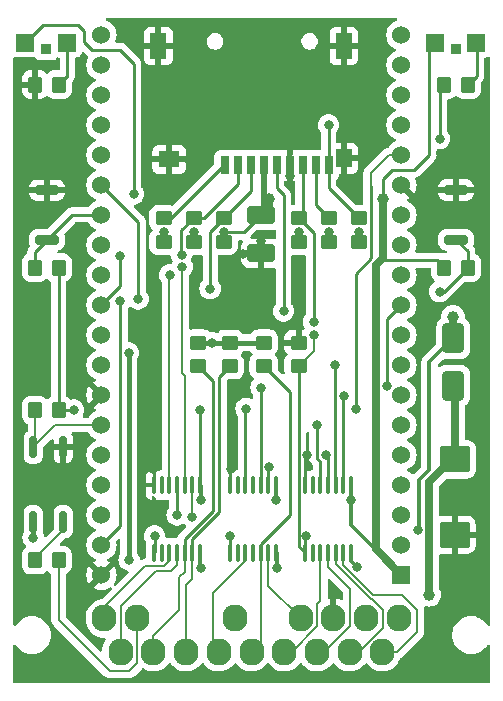
<source format=gbr>
%TF.GenerationSoftware,KiCad,Pcbnew,7.0.9*%
%TF.CreationDate,2024-01-04T00:09:48-06:00*%
%TF.ProjectId,FujiApple-DevKit-SmartPort,46756a69-4170-4706-9c65-2d4465764b69,1.0*%
%TF.SameCoordinates,Original*%
%TF.FileFunction,Copper,L1,Top*%
%TF.FilePolarity,Positive*%
%FSLAX46Y46*%
G04 Gerber Fmt 4.6, Leading zero omitted, Abs format (unit mm)*
G04 Created by KiCad (PCBNEW 7.0.9) date 2024-01-04 00:09:48*
%MOMM*%
%LPD*%
G01*
G04 APERTURE LIST*
G04 Aperture macros list*
%AMRoundRect*
0 Rectangle with rounded corners*
0 $1 Rounding radius*
0 $2 $3 $4 $5 $6 $7 $8 $9 X,Y pos of 4 corners*
0 Add a 4 corners polygon primitive as box body*
4,1,4,$2,$3,$4,$5,$6,$7,$8,$9,$2,$3,0*
0 Add four circle primitives for the rounded corners*
1,1,$1+$1,$2,$3*
1,1,$1+$1,$4,$5*
1,1,$1+$1,$6,$7*
1,1,$1+$1,$8,$9*
0 Add four rect primitives between the rounded corners*
20,1,$1+$1,$2,$3,$4,$5,0*
20,1,$1+$1,$4,$5,$6,$7,0*
20,1,$1+$1,$6,$7,$8,$9,0*
20,1,$1+$1,$8,$9,$2,$3,0*%
G04 Aperture macros list end*
%TA.AperFunction,SMDPad,CuDef*%
%ADD10RoundRect,0.250000X-0.650000X1.000000X-0.650000X-1.000000X0.650000X-1.000000X0.650000X1.000000X0*%
%TD*%
%TA.AperFunction,SMDPad,CuDef*%
%ADD11RoundRect,0.250000X-0.350000X-0.450000X0.350000X-0.450000X0.350000X0.450000X-0.350000X0.450000X0*%
%TD*%
%TA.AperFunction,SMDPad,CuDef*%
%ADD12RoundRect,0.250001X-0.924999X0.499999X-0.924999X-0.499999X0.924999X-0.499999X0.924999X0.499999X0*%
%TD*%
%TA.AperFunction,SMDPad,CuDef*%
%ADD13RoundRect,0.250000X-0.450000X0.350000X-0.450000X-0.350000X0.450000X-0.350000X0.450000X0.350000X0*%
%TD*%
%TA.AperFunction,SMDPad,CuDef*%
%ADD14RoundRect,0.250000X0.350000X0.450000X-0.350000X0.450000X-0.350000X-0.450000X0.350000X-0.450000X0*%
%TD*%
%TA.AperFunction,SMDPad,CuDef*%
%ADD15RoundRect,0.100000X-0.100000X0.637500X-0.100000X-0.637500X0.100000X-0.637500X0.100000X0.637500X0*%
%TD*%
%TA.AperFunction,SMDPad,CuDef*%
%ADD16RoundRect,0.250000X0.450000X-0.350000X0.450000X0.350000X-0.450000X0.350000X-0.450000X-0.350000X0*%
%TD*%
%TA.AperFunction,ComponentPad*%
%ADD17R,1.530000X1.530000*%
%TD*%
%TA.AperFunction,ComponentPad*%
%ADD18C,1.530000*%
%TD*%
%TA.AperFunction,SMDPad,CuDef*%
%ADD19RoundRect,0.250000X-1.025000X0.875000X-1.025000X-0.875000X1.025000X-0.875000X1.025000X0.875000X0*%
%TD*%
%TA.AperFunction,SMDPad,CuDef*%
%ADD20RoundRect,0.200000X0.800000X-0.200000X0.800000X0.200000X-0.800000X0.200000X-0.800000X-0.200000X0*%
%TD*%
%TA.AperFunction,SMDPad,CuDef*%
%ADD21RoundRect,0.150000X0.150000X-0.750000X0.150000X0.750000X-0.150000X0.750000X-0.150000X-0.750000X0*%
%TD*%
%TA.AperFunction,SMDPad,CuDef*%
%ADD22R,0.900000X0.900000*%
%TD*%
%TA.AperFunction,SMDPad,CuDef*%
%ADD23R,1.500000X1.500000*%
%TD*%
%TA.AperFunction,SMDPad,CuDef*%
%ADD24R,0.700000X1.600000*%
%TD*%
%TA.AperFunction,SMDPad,CuDef*%
%ADD25R,1.400000X1.600000*%
%TD*%
%TA.AperFunction,SMDPad,CuDef*%
%ADD26R,1.400000X2.200000*%
%TD*%
%TA.AperFunction,SMDPad,CuDef*%
%ADD27R,1.800000X1.400000*%
%TD*%
%TA.AperFunction,ComponentPad*%
%ADD28O,2.100000X2.300000*%
%TD*%
%TA.AperFunction,ViaPad*%
%ADD29C,0.800000*%
%TD*%
%TA.AperFunction,ViaPad*%
%ADD30C,1.000000*%
%TD*%
%TA.AperFunction,Conductor*%
%ADD31C,0.300000*%
%TD*%
%TA.AperFunction,Conductor*%
%ADD32C,0.400000*%
%TD*%
%TA.AperFunction,Conductor*%
%ADD33C,0.700000*%
%TD*%
%TA.AperFunction,Conductor*%
%ADD34C,0.250000*%
%TD*%
%TA.AperFunction,Conductor*%
%ADD35C,0.500000*%
%TD*%
%TA.AperFunction,Conductor*%
%ADD36C,0.200000*%
%TD*%
G04 APERTURE END LIST*
D10*
%TO.P,D3,1,K*%
%TO.N,+5V*%
X171831000Y-103156000D03*
%TO.P,D3,2,A*%
%TO.N,/A2_5V*%
X171831000Y-107156000D03*
%TD*%
D11*
%TO.P,R12,1*%
%TO.N,/IO21{slash}DRV2*%
X136430000Y-109220000D03*
%TO.P,R12,2*%
%TO.N,+3.3V*%
X138430000Y-109220000D03*
%TD*%
D12*
%TO.P,C1,1*%
%TO.N,+3.3V*%
X155575000Y-92710000D03*
%TO.P,C1,2*%
%TO.N,GND*%
X155575000Y-95960000D03*
%TD*%
D13*
%TO.P,R4,1*%
%TO.N,/IO23{slash}SPI_MOSI*%
X152400000Y-92980000D03*
%TO.P,R4,2*%
%TO.N,+3.3V*%
X152400000Y-94980000D03*
%TD*%
D14*
%TO.P,R2,1*%
%TO.N,Net-(D2-K)*%
X138430000Y-81661000D03*
%TO.P,R2,2*%
%TO.N,GND*%
X136430000Y-81661000D03*
%TD*%
D15*
%TO.P,U3,1,VREF_A*%
%TO.N,+3.3V*%
X150405001Y-115572501D03*
%TO.P,U3,2,A1*%
%TO.N,/IO36{slash}DRIVE1*%
X149755001Y-115572501D03*
%TO.P,U3,3,A2*%
%TO.N,/IO14{slash}RDDATA*%
X149105001Y-115572501D03*
%TO.P,U3,4,A3*%
%TO.N,/IO22{slash}WRDATA*%
X148455001Y-115572501D03*
%TO.P,U3,5,A4*%
%TO.N,/IO27{slash}WRPROT{slash}ACK*%
X147805001Y-115572501D03*
%TO.P,U3,6,NC*%
%TO.N,unconnected-(U3-NC-Pad6)*%
X147155001Y-115572501D03*
%TO.P,U3,7,GND*%
%TO.N,GND*%
X146505001Y-115572501D03*
%TO.P,U3,8,EN*%
%TO.N,/IO25{slash}BUF_EN*%
X146505001Y-121297501D03*
%TO.P,U3,9,NC*%
%TO.N,unconnected-(U3-NC-Pad9)*%
X147155001Y-121297501D03*
%TO.P,U3,10,B4*%
%TO.N,/A2_WPROT*%
X147805001Y-121297501D03*
%TO.P,U3,11,B3*%
%TO.N,/A2_WR_DATA*%
X148455001Y-121297501D03*
%TO.P,U3,12,B2*%
%TO.N,/A2_RD_DATA*%
X149105001Y-121297501D03*
%TO.P,U3,13,B1*%
%TO.N,/A2_DRIVE1*%
X149755001Y-121297501D03*
%TO.P,U3,14,VREF_B*%
%TO.N,+5V*%
X150405001Y-121297501D03*
%TD*%
D14*
%TO.P,R11,1*%
%TO.N,/DRIVE2*%
X138430000Y-121920000D03*
%TO.P,R11,2*%
%TO.N,Net-(R11-Pad2)*%
X136430000Y-121920000D03*
%TD*%
D15*
%TO.P,U2,1,VREF_A*%
%TO.N,+3.3V*%
X156845001Y-115572501D03*
%TO.P,U2,2,A1*%
%TO.N,/IO39{slash}EN3.5*%
X156195001Y-115572501D03*
%TO.P,U2,3,A2*%
%TO.N,/IO26{slash}WREQ*%
X155545001Y-115572501D03*
%TO.P,U2,4,A3*%
%TO.N,unconnected-(U2-A3-Pad4)*%
X154895001Y-115572501D03*
%TO.P,U2,5,A4*%
%TO.N,/IO13{slash}HDSEL*%
X154245001Y-115572501D03*
%TO.P,U2,6,NC*%
%TO.N,unconnected-(U2-NC-Pad6)*%
X153595001Y-115572501D03*
%TO.P,U2,7,GND*%
%TO.N,GND*%
X152945001Y-115572501D03*
%TO.P,U2,8,EN*%
%TO.N,/IO25{slash}BUF_EN*%
X152945001Y-121297501D03*
%TO.P,U2,9,NC*%
%TO.N,unconnected-(U2-NC-Pad9)*%
X153595001Y-121297501D03*
%TO.P,U2,10,B4*%
%TO.N,/A2_HDSEL*%
X154245001Y-121297501D03*
%TO.P,U2,11,B3*%
%TO.N,unconnected-(U2-B3-Pad11)*%
X154895001Y-121297501D03*
%TO.P,U2,12,B2*%
%TO.N,/A2_WREQ*%
X155545001Y-121297501D03*
%TO.P,U2,13,B1*%
%TO.N,/A2_EN3.5*%
X156195001Y-121297501D03*
%TO.P,U2,14,VREF_B*%
%TO.N,+5V*%
X156845001Y-121297501D03*
%TD*%
D13*
%TO.P,R7,1*%
%TO.N,Net-(P1-DAT2)*%
X147320000Y-92980000D03*
%TO.P,R7,2*%
%TO.N,+3.3V*%
X147320000Y-94980000D03*
%TD*%
D14*
%TO.P,R9,1*%
%TO.N,/IO0*%
X173085000Y-97155000D03*
%TO.P,R9,2*%
%TO.N,+3.3V*%
X171085000Y-97155000D03*
%TD*%
D13*
%TO.P,R5,1*%
%TO.N,/IO19{slash}SPI_MISO*%
X158750000Y-92980000D03*
%TO.P,R5,2*%
%TO.N,+3.3V*%
X158750000Y-94980000D03*
%TD*%
D11*
%TO.P,R10,1*%
%TO.N,/IO4{slash}SAFE_RESET*%
X136430000Y-97155000D03*
%TO.P,R10,2*%
%TO.N,+3.3V*%
X138430000Y-97155000D03*
%TD*%
D16*
%TO.P,R15,1*%
%TO.N,/A2_WREQ*%
X155800000Y-105505000D03*
%TO.P,R15,2*%
%TO.N,/A2_5V*%
X155800000Y-103505000D03*
%TD*%
D13*
%TO.P,R8,1*%
%TO.N,/IO5{slash}SPI_CS*%
X149860000Y-92980000D03*
%TO.P,R8,2*%
%TO.N,+3.3V*%
X149860000Y-94980000D03*
%TD*%
D17*
%TO.P,U4,1,3V3*%
%TO.N,+3.3V*%
X167462200Y-123180000D03*
D18*
%TO.P,U4,2,EN*%
%TO.N,unconnected-(U4-EN-Pad2)*%
X167462200Y-120640000D03*
%TO.P,U4,3,SENSOR_VP*%
%TO.N,/IO36{slash}DRIVE1*%
X167462200Y-118100000D03*
%TO.P,U4,4,SENSOR_VN*%
%TO.N,/IO39{slash}EN3.5*%
X167462200Y-115560000D03*
%TO.P,U4,5,IO34*%
%TO.N,/IO34{slash}PH2*%
X167462200Y-113020000D03*
%TO.P,U4,6,IO35*%
%TO.N,/IO35{slash}PH3*%
X167462200Y-110480000D03*
%TO.P,U4,7,IO32*%
%TO.N,/IO32{slash}PH0{slash}REQ*%
X167462200Y-107940000D03*
%TO.P,U4,8,IO33*%
%TO.N,/IO33{slash}PH1*%
X167462200Y-105400000D03*
%TO.P,U4,9,IO25*%
%TO.N,/IO25{slash}BUF_EN*%
X167462200Y-102860000D03*
%TO.P,U4,10,IO26*%
%TO.N,/IO26{slash}WREQ*%
X167462200Y-100320000D03*
%TO.P,U4,11,IO27*%
%TO.N,/IO27{slash}WRPROT{slash}ACK*%
X167462200Y-97780000D03*
%TO.P,U4,12,IO14*%
%TO.N,/IO14{slash}RDDATA*%
X167462200Y-95240000D03*
%TO.P,U4,13,IO12*%
%TO.N,/IO12{slash}BUS_LED*%
X167462200Y-92700000D03*
%TO.P,U4,14,GND1*%
%TO.N,GND*%
X167462200Y-90160000D03*
%TO.P,U4,15,IO13*%
%TO.N,/IO13{slash}HDSEL*%
X167462200Y-87620000D03*
%TO.P,U4,16,SD2*%
%TO.N,unconnected-(U4-SD2-Pad16)*%
X167462200Y-85080000D03*
%TO.P,U4,17,SD3*%
%TO.N,unconnected-(U4-SD3-Pad17)*%
X167462200Y-82540000D03*
%TO.P,U4,18,CMD*%
%TO.N,unconnected-(U4-CMD-Pad18)*%
X167462200Y-80000000D03*
%TO.P,U4,19,EXT_5V*%
%TO.N,+5V*%
X167462200Y-77460000D03*
%TO.P,U4,20,CLK*%
%TO.N,unconnected-(U4-CLK-Pad20)*%
X142062200Y-77460000D03*
%TO.P,U4,21,SD0*%
%TO.N,unconnected-(U4-SD0-Pad21)*%
X142062200Y-80000000D03*
%TO.P,U4,22,SD1*%
%TO.N,unconnected-(U4-SD1-Pad22)*%
X142062200Y-82540000D03*
%TO.P,U4,23,IO15*%
%TO.N,/IO15{slash}CD*%
X142062200Y-85080000D03*
%TO.P,U4,24,IO2*%
%TO.N,/IO2{slash}WIFI_LED*%
X142062200Y-87620000D03*
%TO.P,U4,25,IO0*%
%TO.N,/IO0*%
X142062200Y-90160000D03*
%TO.P,U4,26,IO4*%
%TO.N,/IO4{slash}SAFE_RESET*%
X142062200Y-92700000D03*
%TO.P,U4,27,IO16*%
%TO.N,unconnected-(U4-IO16-Pad27)*%
X142062200Y-95240000D03*
%TO.P,U4,28,IO17*%
%TO.N,unconnected-(U4-IO17-Pad28)*%
X142062200Y-97780000D03*
%TO.P,U4,29,IO5*%
%TO.N,/IO5{slash}SPI_CS*%
X142062200Y-100320000D03*
%TO.P,U4,30,IO18*%
%TO.N,/IO18{slash}SPI_CLK*%
X142062200Y-102860000D03*
%TO.P,U4,31,IO19*%
%TO.N,/IO19{slash}SPI_MISO*%
X142062200Y-105400000D03*
%TO.P,U4,32,GND2*%
%TO.N,GND*%
X142062200Y-107940000D03*
%TO.P,U4,33,IO21*%
%TO.N,/IO21{slash}DRV2*%
X142062200Y-110480000D03*
%TO.P,U4,34,RXD0*%
%TO.N,unconnected-(U4-RXD0-Pad34)*%
X142062200Y-113020000D03*
%TO.P,U4,35,TXD0*%
%TO.N,unconnected-(U4-TXD0-Pad35)*%
X142062200Y-115560000D03*
%TO.P,U4,36,IO22*%
%TO.N,/IO22{slash}WRDATA*%
X142062200Y-118100000D03*
%TO.P,U4,37,IO23*%
%TO.N,/IO23{slash}SPI_MOSI*%
X142062200Y-120640000D03*
%TO.P,U4,38,GND3*%
%TO.N,GND*%
X142062200Y-123180000D03*
%TD*%
D15*
%TO.P,U1,1,VREF_A*%
%TO.N,+3.3V*%
X163195001Y-115572501D03*
%TO.P,U1,2,A1*%
%TO.N,/IO32{slash}PH0{slash}REQ*%
X162545001Y-115572501D03*
%TO.P,U1,3,A2*%
%TO.N,/IO33{slash}PH1*%
X161895001Y-115572501D03*
%TO.P,U1,4,A3*%
%TO.N,/IO34{slash}PH2*%
X161245001Y-115572501D03*
%TO.P,U1,5,A4*%
%TO.N,/IO35{slash}PH3*%
X160595001Y-115572501D03*
%TO.P,U1,6,NC*%
%TO.N,unconnected-(U1-NC-Pad6)*%
X159945001Y-115572501D03*
%TO.P,U1,7,GND*%
%TO.N,GND*%
X159295001Y-115572501D03*
%TO.P,U1,8,EN*%
%TO.N,/IO25{slash}BUF_EN*%
X159295001Y-121297501D03*
%TO.P,U1,9,NC*%
%TO.N,unconnected-(U1-NC-Pad9)*%
X159945001Y-121297501D03*
%TO.P,U1,10,B4*%
%TO.N,/A2_PH3*%
X160595001Y-121297501D03*
%TO.P,U1,11,B3*%
%TO.N,/A2_PH2*%
X161245001Y-121297501D03*
%TO.P,U1,12,B2*%
%TO.N,/A2_PH1*%
X161895001Y-121297501D03*
%TO.P,U1,13,B1*%
%TO.N,/A2_PH0*%
X162545001Y-121297501D03*
%TO.P,U1,14,VREF_B*%
%TO.N,+5V*%
X163195001Y-121297501D03*
%TD*%
D16*
%TO.P,R16,1*%
%TO.N,/IO25{slash}BUF_EN*%
X158750000Y-105505000D03*
%TO.P,R16,2*%
%TO.N,GND*%
X158750000Y-103505000D03*
%TD*%
D19*
%TO.P,C2,1*%
%TO.N,/A2_5V*%
X171958000Y-113386000D03*
%TO.P,C2,2*%
%TO.N,GND*%
X171958000Y-119786000D03*
%TD*%
D16*
%TO.P,R13,1*%
%TO.N,/A2_DRIVE1*%
X152908000Y-105521000D03*
%TO.P,R13,2*%
%TO.N,/A2_5V*%
X152908000Y-103521000D03*
%TD*%
D20*
%TO.P,SW2,1,A*%
%TO.N,/IO4{slash}SAFE_RESET*%
X137445400Y-94810000D03*
%TO.P,SW2,2,B*%
%TO.N,GND*%
X137445400Y-90610000D03*
%TD*%
D13*
%TO.P,R6,1*%
%TO.N,Net-(P1-DAT1)*%
X161290000Y-92980000D03*
%TO.P,R6,2*%
%TO.N,+3.3V*%
X161290000Y-94980000D03*
%TD*%
D14*
%TO.P,R1,1*%
%TO.N,Net-(D1-K)*%
X173085000Y-81661000D03*
%TO.P,R1,2*%
%TO.N,/IO2{slash}WIFI_LED*%
X171085000Y-81661000D03*
%TD*%
D13*
%TO.P,R3,1*%
%TO.N,/IO15{slash}CD*%
X163830000Y-92980000D03*
%TO.P,R3,2*%
%TO.N,+3.3V*%
X163830000Y-94980000D03*
%TD*%
D20*
%TO.P,SW1,1,A*%
%TO.N,/IO0*%
X172085000Y-94790600D03*
%TO.P,SW1,2,B*%
%TO.N,GND*%
X172085000Y-90590600D03*
%TD*%
D21*
%TO.P,U5,1*%
%TO.N,/A2_5V*%
X136271000Y-118668000D03*
%TO.P,U5,2*%
%TO.N,Net-(R11-Pad2)*%
X138811000Y-118668000D03*
%TO.P,U5,3*%
%TO.N,GND*%
X138811000Y-112368000D03*
%TO.P,U5,4*%
%TO.N,/IO21{slash}DRV2*%
X136271000Y-112368000D03*
%TD*%
D22*
%TO.P,D1,*%
%TO.N,*%
X172050000Y-78650000D03*
D23*
%TO.P,D1,1,K*%
%TO.N,Net-(D1-K)*%
X173800000Y-78100000D03*
%TO.P,D1,2,A*%
%TO.N,+3.3V*%
X170300000Y-78100000D03*
%TD*%
D24*
%TO.P,P1,1,DAT2*%
%TO.N,Net-(P1-DAT2)*%
X152486800Y-88500000D03*
%TO.P,P1,2,DAT3*%
%TO.N,/IO5{slash}SPI_CS*%
X153586800Y-88500000D03*
%TO.P,P1,3,CMD*%
%TO.N,/IO23{slash}SPI_MOSI*%
X154686800Y-88500000D03*
%TO.P,P1,4,VDD*%
%TO.N,+3.3V*%
X155786800Y-88500000D03*
%TO.P,P1,5,CLK*%
%TO.N,/IO18{slash}SPI_CLK*%
X156886800Y-88500000D03*
%TO.P,P1,6,VSS*%
%TO.N,GND*%
X157986800Y-88500000D03*
%TO.P,P1,7,DAT0*%
%TO.N,/IO19{slash}SPI_MISO*%
X159086800Y-88500000D03*
%TO.P,P1,8,DAT1*%
%TO.N,Net-(P1-DAT1)*%
X160186800Y-88500000D03*
%TO.P,P1,9,CD*%
%TO.N,/IO15{slash}CD*%
X161286800Y-88500000D03*
D25*
%TO.P,P1,G1,GND*%
%TO.N,GND*%
X162586800Y-87900000D03*
D26*
%TO.P,P1,G2,GND*%
X162586800Y-78400000D03*
%TO.P,P1,G3,GND*%
X146886800Y-78400000D03*
D27*
%TO.P,P1,G4,GND*%
X147786800Y-88000000D03*
%TD*%
D16*
%TO.P,R14,1*%
%TO.N,/A2_RD_DATA*%
X150241000Y-105505000D03*
%TO.P,R14,2*%
%TO.N,/A2_5V*%
X150241000Y-103505000D03*
%TD*%
D22*
%TO.P,D2,*%
%TO.N,*%
X137379000Y-78650000D03*
D23*
%TO.P,D2,1,K*%
%TO.N,Net-(D2-K)*%
X139129000Y-78100000D03*
%TO.P,D2,2,A*%
%TO.N,/IO12{slash}BUS_LED*%
X135629000Y-78100000D03*
%TD*%
D28*
%TO.P,J1,1,1*%
%TO.N,GND*%
X167238000Y-126850000D03*
%TO.P,J1,2,2*%
X164468000Y-126850000D03*
%TO.P,J1,3,3*%
X161698000Y-126850000D03*
%TO.P,J1,4,4*%
%TO.N,/A2_EN3.5*%
X158928000Y-126850000D03*
%TO.P,J1,6,6*%
%TO.N,/A2_5V*%
X153388000Y-126850000D03*
%TO.P,J1,9,9*%
%TO.N,/DRIVE2*%
X145078000Y-126850000D03*
%TO.P,J1,10,10*%
%TO.N,/A2_WPROT*%
X142308000Y-126850000D03*
%TO.P,J1,11,P11*%
%TO.N,/A2_PH0*%
X165853000Y-129690000D03*
%TO.P,J1,12,P12*%
%TO.N,/A2_PH1*%
X163083000Y-129690000D03*
%TO.P,J1,13,P13*%
%TO.N,/A2_PH2*%
X160313000Y-129690000D03*
%TO.P,J1,14,P14*%
%TO.N,/A2_PH3*%
X157543000Y-129690000D03*
%TO.P,J1,15,P15*%
%TO.N,/A2_WREQ*%
X154773000Y-129690000D03*
%TO.P,J1,16,P16*%
%TO.N,/A2_HDSEL*%
X152003000Y-129690000D03*
%TO.P,J1,17,P17*%
%TO.N,/A2_DRIVE1*%
X149233000Y-129690000D03*
%TO.P,J1,18,P18*%
%TO.N,/A2_RD_DATA*%
X146463000Y-129690000D03*
%TO.P,J1,19,P19*%
%TO.N,/A2_WR_DATA*%
X143693000Y-129690000D03*
%TD*%
D29*
%TO.N,GND*%
X174117000Y-119761000D03*
X171958000Y-121920000D03*
X149479000Y-88011000D03*
X164084000Y-78359000D03*
X146939000Y-80391000D03*
%TO.N,+5V*%
X168849500Y-119380000D03*
D30*
X171831000Y-101346000D03*
%TO.N,/A2_5V*%
X169799000Y-124841000D03*
D29*
%TO.N,GND*%
X153035000Y-114173000D03*
X159474500Y-113030000D03*
X158003000Y-89400000D03*
X146431000Y-114173000D03*
X154051000Y-96012000D03*
X155575000Y-94904000D03*
%TO.N,/A2_5V*%
X151384000Y-103505000D03*
%TO.N,+5V*%
X163720059Y-122537941D03*
%TO.N,/A2_5V*%
X144361500Y-104394000D03*
%TO.N,+5V*%
X150454501Y-122555000D03*
%TO.N,/A2_5V*%
X136271000Y-120015000D03*
%TO.N,+5V*%
X156894501Y-122555000D03*
%TO.N,/A2_5V*%
X144399000Y-121920000D03*
%TO.N,/IO5{slash}SPI_CS*%
X143637000Y-96139000D03*
X148840655Y-96082760D03*
%TO.N,/IO23{slash}SPI_MOSI*%
X143637000Y-99949000D03*
X151257000Y-98933000D03*
%TO.N,/IO12{slash}BUS_LED*%
X144780000Y-90932000D03*
%TO.N,/IO18{slash}SPI_CLK*%
X157480000Y-100838000D03*
%TO.N,/IO19{slash}SPI_MISO*%
X160020000Y-101727000D03*
%TO.N,+3.3V*%
X161290000Y-94179500D03*
X152400000Y-94179500D03*
X163830000Y-94179500D03*
X139700000Y-109220000D03*
X147320000Y-94179500D03*
D30*
X165862000Y-91313000D03*
D29*
X163195000Y-116840000D03*
X156845000Y-116840000D03*
X150454501Y-116840000D03*
X150368000Y-109220000D03*
X158750000Y-94179500D03*
D30*
X156210000Y-91313000D03*
D29*
X149860000Y-94179500D03*
%TO.N,/IO0*%
X170688000Y-99187000D03*
X145161000Y-99822000D03*
%TO.N,/IO15{slash}CD*%
X161290000Y-85090000D03*
%TO.N,/IO2{slash}WIFI_LED*%
X170688000Y-86233000D03*
%TO.N,/IO25{slash}BUF_EN*%
X152908000Y-119888000D03*
X146558000Y-119888000D03*
X160020000Y-102870000D03*
X159385000Y-119888000D03*
%TO.N,/IO32{slash}PH0{slash}REQ*%
X162560000Y-108039500D03*
%TO.N,/IO33{slash}PH1*%
X161798000Y-105410000D03*
%TO.N,/IO34{slash}PH2*%
X161073500Y-113030000D03*
%TO.N,/IO35{slash}PH3*%
X160274000Y-110490000D03*
%TO.N,/IO39{slash}EN3.5*%
X156269502Y-114046000D03*
%TO.N,/IO26{slash}WREQ*%
X155575000Y-107315000D03*
X166243000Y-107188000D03*
%TO.N,/IO13{slash}HDSEL*%
X154305000Y-109093000D03*
X163576000Y-109093000D03*
%TO.N,/IO36{slash}DRIVE1*%
X149733000Y-118237000D03*
%TO.N,/IO14{slash}RDDATA*%
X148900000Y-97080500D03*
%TO.N,/IO22{slash}WRDATA*%
X148463000Y-118110000D03*
%TO.N,/IO27{slash}WRPROT{slash}ACK*%
X147828000Y-97790000D03*
%TD*%
D31*
%TO.N,+5V*%
X169799000Y-105188000D02*
X171831000Y-103156000D01*
X169799000Y-114255340D02*
X169799000Y-105188000D01*
X168910000Y-119319500D02*
X168910000Y-115144340D01*
X168910000Y-115144340D02*
X169799000Y-114255340D01*
X168849500Y-119380000D02*
X168910000Y-119319500D01*
%TO.N,+3.3V*%
X150454501Y-116840000D02*
X150454501Y-115634501D01*
D32*
%TO.N,/A2_5V*%
X151384000Y-103505000D02*
X155800000Y-103505000D01*
D33*
X171729000Y-113386000D02*
X171958000Y-113386000D01*
X169799000Y-115316000D02*
X171729000Y-113386000D01*
X169799000Y-124841000D02*
X169799000Y-115316000D01*
X171958000Y-107283000D02*
X171831000Y-107156000D01*
X171958000Y-113386000D02*
X171958000Y-107283000D01*
%TO.N,+5V*%
X171831000Y-101346000D02*
X171831000Y-103156000D01*
D34*
%TO.N,Net-(D1-K)*%
X173085000Y-81661000D02*
X173835000Y-80911000D01*
X173835000Y-80911000D02*
X173835000Y-78135000D01*
%TO.N,GND*%
X159295002Y-113209498D02*
X159474500Y-113030000D01*
X152945002Y-114262998D02*
X153035000Y-114173000D01*
D35*
X155575000Y-94904000D02*
X155575000Y-95960000D01*
D34*
X146505002Y-115585002D02*
X146505002Y-114247002D01*
X152945002Y-115585002D02*
X152945002Y-114262998D01*
X146505002Y-114247002D02*
X146431000Y-114173000D01*
X159295002Y-115585002D02*
X159295002Y-113209498D01*
D35*
X154051000Y-96012000D02*
X155523000Y-96012000D01*
X158003000Y-89400000D02*
X158003000Y-88716200D01*
D34*
%TO.N,Net-(D2-K)*%
X139164000Y-80927000D02*
X139164000Y-77731502D01*
X138430000Y-81661000D02*
X139164000Y-80927000D01*
%TO.N,Net-(P1-DAT2)*%
X147320000Y-92980000D02*
X147939000Y-92980000D01*
X152219000Y-88700000D02*
X152486800Y-88700000D01*
X147939000Y-92980000D02*
X152219000Y-88700000D01*
D31*
%TO.N,+5V*%
X156894501Y-122555000D02*
X156894501Y-121334499D01*
X150405002Y-122505501D02*
X150454501Y-122555000D01*
X150405002Y-121285000D02*
X150405002Y-122505501D01*
D32*
%TO.N,/A2_5V*%
X136271000Y-120015000D02*
X136271000Y-118668000D01*
X150241000Y-103505000D02*
X151384000Y-103505000D01*
X144399000Y-121920000D02*
X144361500Y-121882500D01*
D31*
%TO.N,+5V*%
X163195002Y-122012884D02*
X163195002Y-121285000D01*
X163720059Y-122537941D02*
X163195002Y-122012884D01*
D32*
%TO.N,/A2_5V*%
X144361500Y-121882500D02*
X144361500Y-104394000D01*
D34*
%TO.N,/IO5{slash}SPI_CS*%
X148835000Y-94005000D02*
X148835000Y-96077105D01*
X143637000Y-96139000D02*
X143637000Y-98745200D01*
X143637000Y-98745200D02*
X142062200Y-100320000D01*
X148835000Y-96077105D02*
X148840655Y-96082760D01*
X153586800Y-90116200D02*
X153586800Y-88700000D01*
X149860000Y-92980000D02*
X148835000Y-94005000D01*
X150723000Y-92980000D02*
X153586800Y-90116200D01*
X149860000Y-92980000D02*
X150723000Y-92980000D01*
%TO.N,/IO23{slash}SPI_MOSI*%
X154686800Y-90693200D02*
X154686800Y-88700000D01*
X152400000Y-92980000D02*
X154686800Y-90693200D01*
X152400000Y-92980000D02*
X151257000Y-94123000D01*
X143637000Y-99949000D02*
X143637000Y-119065200D01*
X143637000Y-119065200D02*
X142062200Y-120640000D01*
X151257000Y-94123000D02*
X151257000Y-98933000D01*
%TO.N,/IO12{slash}BUS_LED*%
X140081000Y-76581000D02*
X137119302Y-76581000D01*
X137119302Y-76581000D02*
X135664000Y-78036302D01*
X144780000Y-90932000D02*
X144780000Y-79883000D01*
X143637000Y-78740000D02*
X141287500Y-78740000D01*
X140589000Y-77089000D02*
X140081000Y-76581000D01*
X144780000Y-79883000D02*
X143637000Y-78740000D01*
X140589000Y-78041500D02*
X140589000Y-77089000D01*
X141287500Y-78740000D02*
X140589000Y-78041500D01*
%TO.N,/IO18{slash}SPI_CLK*%
X156886800Y-90433800D02*
X157480000Y-91027000D01*
X157480000Y-91027000D02*
X157480000Y-100838000D01*
X156886800Y-88700000D02*
X156886800Y-90433800D01*
%TO.N,/IO19{slash}SPI_MISO*%
X160020000Y-101727000D02*
X160020000Y-94250000D01*
X159103000Y-92627000D02*
X159103000Y-88716200D01*
X160020000Y-94250000D02*
X158750000Y-92980000D01*
D33*
%TO.N,+3.3V*%
X156210000Y-92075000D02*
X155575000Y-92710000D01*
D34*
X165862000Y-96331594D02*
X166050406Y-96520000D01*
X165862000Y-91313000D02*
X165862000Y-89662000D01*
D31*
X156845000Y-116840000D02*
X156845002Y-116839998D01*
D34*
X170450000Y-96520000D02*
X171085000Y-97155000D01*
X163830000Y-94179500D02*
X163830000Y-94980000D01*
D31*
X163195000Y-118912800D02*
X163195000Y-116840000D01*
D34*
X166050406Y-96520000D02*
X170450000Y-96520000D01*
D31*
X163195002Y-116839998D02*
X163195000Y-116840000D01*
D34*
X154105500Y-94179500D02*
X155575000Y-92710000D01*
X150405002Y-109257002D02*
X150405002Y-115585002D01*
D33*
X167462200Y-123180000D02*
X165293000Y-121010800D01*
D34*
X166624000Y-88900000D02*
X168529000Y-88900000D01*
X150368000Y-109220000D02*
X150405002Y-109257002D01*
X149860000Y-94179500D02*
X149860000Y-94980000D01*
X138430000Y-109220000D02*
X139700000Y-109220000D01*
X147320000Y-94980000D02*
X147320000Y-94179500D01*
X168529000Y-88900000D02*
X169795000Y-87634000D01*
D35*
X155803000Y-88716200D02*
X155803000Y-92482000D01*
D33*
X156210000Y-91313000D02*
X156210000Y-92075000D01*
D34*
X169795000Y-87634000D02*
X169795000Y-78605000D01*
X152400000Y-94179500D02*
X154105500Y-94179500D01*
D31*
X156845002Y-116839998D02*
X156845002Y-115585002D01*
D34*
X158750000Y-94179500D02*
X158750000Y-94980000D01*
X161290000Y-94179500D02*
X161290000Y-94980000D01*
X165862000Y-89662000D02*
X166624000Y-88900000D01*
X138430000Y-109220000D02*
X138430000Y-97155000D01*
D33*
X165293000Y-96900594D02*
X165862000Y-96331594D01*
X165862000Y-96331594D02*
X165862000Y-91313000D01*
D31*
X163195002Y-115585002D02*
X163195002Y-116839998D01*
X167462200Y-123180000D02*
X163195000Y-118912800D01*
D33*
X165293000Y-121010800D02*
X165293000Y-96900594D01*
D34*
X152400000Y-94179500D02*
X152400000Y-94980000D01*
%TO.N,Net-(P1-DAT1)*%
X160186800Y-91876800D02*
X160186800Y-88700000D01*
X161290000Y-92980000D02*
X160186800Y-91876800D01*
D36*
%TO.N,/A2_EN3.5*%
X156195001Y-124117001D02*
X156195001Y-121285000D01*
X158928000Y-126850000D02*
X156195001Y-124117001D01*
%TO.N,/DRIVE2*%
X145078000Y-130639000D02*
X144399000Y-131318000D01*
X138430000Y-127000000D02*
X138430000Y-121920000D01*
X145078000Y-126850000D02*
X145078000Y-130639000D01*
X142748000Y-131318000D02*
X138430000Y-127000000D01*
X144399000Y-131318000D02*
X142748000Y-131318000D01*
%TO.N,/A2_WPROT*%
X145789000Y-122435000D02*
X147351752Y-122435000D01*
X147805002Y-121981750D02*
X147805002Y-121285000D01*
X142308000Y-125916000D02*
X145789000Y-122435000D01*
X147351752Y-122435000D02*
X147805002Y-121981750D01*
%TO.N,/A2_PH0*%
X165033874Y-124841000D02*
X162545001Y-122352127D01*
X168783000Y-128010000D02*
X168783000Y-126111000D01*
X167513000Y-124841000D02*
X165033874Y-124841000D01*
X167103000Y-129690000D02*
X168783000Y-128010000D01*
X162545001Y-122352127D02*
X162545001Y-121285000D01*
X168783000Y-126111000D02*
X167513000Y-124841000D01*
X165853000Y-129690000D02*
X167103000Y-129690000D01*
D34*
%TO.N,/IO0*%
X171053000Y-99187000D02*
X173085000Y-97155000D01*
X145161000Y-99822000D02*
X145161000Y-93258800D01*
X173085000Y-95790600D02*
X172085000Y-94790600D01*
X170688000Y-99187000D02*
X171053000Y-99187000D01*
X145161000Y-93258800D02*
X142062200Y-90160000D01*
X173085000Y-97155000D02*
X173085000Y-95790600D01*
D36*
%TO.N,/A2_PH1*%
X164868188Y-125241000D02*
X161895002Y-122267814D01*
X163843812Y-129690000D02*
X165862000Y-127671812D01*
X165862000Y-127671812D02*
X165862000Y-126111000D01*
X161895002Y-122267814D02*
X161895002Y-121285000D01*
X164992000Y-125241000D02*
X164868188Y-125241000D01*
X165862000Y-126111000D02*
X164992000Y-125241000D01*
%TO.N,/A2_PH2*%
X161245001Y-122510001D02*
X161245001Y-121285000D01*
X163093400Y-127463788D02*
X163093400Y-124358400D01*
X163093400Y-124358400D02*
X161245001Y-122510001D01*
X160867188Y-129690000D02*
X163093400Y-127463788D01*
%TO.N,/A2_PH3*%
X160324800Y-127533400D02*
X160324800Y-125679200D01*
X160324800Y-125679200D02*
X160595002Y-125408998D01*
X160595002Y-125408998D02*
X160595002Y-121285000D01*
X158168200Y-129690000D02*
X160324800Y-127533400D01*
D34*
%TO.N,/A2_WREQ*%
X155800000Y-105505000D02*
X157988000Y-107693000D01*
X157988000Y-107693000D02*
X157988000Y-118109894D01*
D36*
X154773000Y-129690000D02*
X155545002Y-128917998D01*
D34*
X155545002Y-120552892D02*
X155545002Y-121285000D01*
X157988000Y-118109894D02*
X155545002Y-120552892D01*
D36*
X155545002Y-128917998D02*
X155545002Y-121285000D01*
%TO.N,/A2_HDSEL*%
X151536400Y-129223400D02*
X151536400Y-124690352D01*
X151536400Y-124690352D02*
X154245002Y-121981750D01*
X154245002Y-121981750D02*
X154245002Y-121285000D01*
%TO.N,/A2_DRIVE1*%
X149233000Y-129690000D02*
X149233000Y-124021498D01*
D34*
X152019000Y-117856000D02*
X149755001Y-120119999D01*
X152019000Y-106410000D02*
X152019000Y-117856000D01*
D36*
X149233000Y-124021498D02*
X149755001Y-123499497D01*
X149755001Y-123499497D02*
X149755001Y-121285000D01*
D34*
X149755001Y-120119999D02*
X149755001Y-121285000D01*
X152908000Y-105521000D02*
X152019000Y-106410000D01*
D36*
%TO.N,/A2_RD_DATA*%
X149105002Y-122928998D02*
X149105002Y-121285000D01*
X146463000Y-129690000D02*
X146463000Y-128365000D01*
D34*
X151511000Y-117727604D02*
X149105002Y-120133602D01*
D36*
X148666200Y-126161800D02*
X148666200Y-123367800D01*
D34*
X149105002Y-120133602D02*
X149105002Y-121285000D01*
D36*
X146463000Y-128365000D02*
X148666200Y-126161800D01*
D34*
X150241000Y-105505000D02*
X151511000Y-106775000D01*
D36*
X148666200Y-123367800D02*
X149105002Y-122928998D01*
D34*
X151511000Y-106775000D02*
X151511000Y-117727604D01*
D36*
%TO.N,/A2_WR_DATA*%
X143693000Y-125801000D02*
X146659000Y-122835000D01*
X147955001Y-122835000D02*
X148455001Y-122335000D01*
X146659000Y-122835000D02*
X147955001Y-122835000D01*
X148455001Y-122335000D02*
X148455001Y-121285000D01*
X143693000Y-129690000D02*
X143693000Y-125801000D01*
D34*
%TO.N,/IO15{slash}CD*%
X161290000Y-85090000D02*
X161303000Y-85103000D01*
X161286800Y-88700000D02*
X161286800Y-90436800D01*
X161286800Y-90436800D02*
X163830000Y-92980000D01*
X161303000Y-85103000D02*
X161303000Y-88683800D01*
%TO.N,/IO2{slash}WIFI_LED*%
X170688000Y-86233000D02*
X170688000Y-82058000D01*
%TO.N,/IO4{slash}SAFE_RESET*%
X137445400Y-94810000D02*
X139555400Y-92700000D01*
X136430000Y-95825400D02*
X137445400Y-94810000D01*
X139555400Y-92700000D02*
X142062200Y-92700000D01*
X136430000Y-97155000D02*
X136430000Y-95825400D01*
D36*
%TO.N,/IO21{slash}DRV2*%
X136430000Y-109220000D02*
X136430000Y-112209000D01*
X138159000Y-110480000D02*
X142062200Y-110480000D01*
X136271000Y-112368000D02*
X138159000Y-110480000D01*
%TO.N,/IO25{slash}BUF_EN*%
X160020000Y-102870000D02*
X160020000Y-104235000D01*
D34*
X159295002Y-121285000D02*
X158750000Y-120739998D01*
X152908000Y-119888000D02*
X152908000Y-121247998D01*
D36*
X160020000Y-104235000D02*
X158750000Y-105505000D01*
D34*
X146558000Y-119888000D02*
X146558000Y-121232002D01*
X159295002Y-119977998D02*
X159385000Y-119888000D01*
X159295002Y-121285000D02*
X159295002Y-119977998D01*
X158750000Y-120739998D02*
X158750000Y-105505000D01*
%TO.N,/IO32{slash}PH0{slash}REQ*%
X162545001Y-115585002D02*
X162545001Y-108054499D01*
X162545001Y-108054499D02*
X162560000Y-108039500D01*
%TO.N,/IO33{slash}PH1*%
X161895002Y-115585002D02*
X161798000Y-115488000D01*
X161798000Y-115488000D02*
X161798000Y-105410000D01*
%TO.N,/IO34{slash}PH2*%
X161245001Y-113201501D02*
X161073500Y-113030000D01*
X161245001Y-115585002D02*
X161245001Y-113201501D01*
%TO.N,/IO35{slash}PH3*%
X160274000Y-113255805D02*
X160274000Y-110490000D01*
X160595002Y-113576807D02*
X160274000Y-113255805D01*
X160595002Y-115585002D02*
X160595002Y-113576807D01*
%TO.N,/IO39{slash}EN3.5*%
X156195001Y-115585002D02*
X156195001Y-114120501D01*
X156195001Y-114120501D02*
X156269502Y-114046000D01*
%TO.N,/IO26{slash}WREQ*%
X155545002Y-115585002D02*
X155545002Y-107344998D01*
X166243000Y-101539200D02*
X167462200Y-100320000D01*
X166243000Y-107188000D02*
X166243000Y-101539200D01*
X155545002Y-107344998D02*
X155575000Y-107315000D01*
D36*
%TO.N,/IO13{slash}HDSEL*%
X164846000Y-89154000D02*
X164846000Y-90236200D01*
X154305000Y-109093000D02*
X154245002Y-109152998D01*
D34*
X163576000Y-109093000D02*
X163576000Y-97663000D01*
X154245002Y-109152998D02*
X154245002Y-115585002D01*
D36*
X166380000Y-87620000D02*
X164846000Y-89154000D01*
D34*
X164846000Y-92375900D02*
X164846000Y-90236200D01*
X164855000Y-92384900D02*
X164846000Y-92375900D01*
D36*
X167462200Y-87620000D02*
X166380000Y-87620000D01*
D34*
X164855000Y-96384000D02*
X164855000Y-92384900D01*
X163576000Y-97663000D02*
X164855000Y-96384000D01*
D36*
%TO.N,/IO36{slash}DRIVE1*%
X149733000Y-118237000D02*
X149755001Y-118214999D01*
X149755001Y-118214999D02*
X149755001Y-115585002D01*
%TO.N,/IO14{slash}RDDATA*%
X148971000Y-97155000D02*
X148900000Y-97084000D01*
X149105002Y-115585002D02*
X149105002Y-106294746D01*
X149105002Y-106294746D02*
X148900000Y-106089744D01*
X148900000Y-106089744D02*
X148900000Y-97226000D01*
X148900000Y-97084000D02*
X148900000Y-97080500D01*
X148900000Y-97226000D02*
X148971000Y-97155000D01*
D34*
%TO.N,/IO22{slash}WRDATA*%
X148455001Y-115585002D02*
X148455001Y-118102001D01*
X148455001Y-118102001D02*
X148463000Y-118110000D01*
D36*
%TO.N,/IO27{slash}WRPROT{slash}ACK*%
X147805002Y-97812998D02*
X147828000Y-97790000D01*
X147805002Y-115585002D02*
X147805002Y-97812998D01*
%TO.N,Net-(R11-Pad2)*%
X136430000Y-121761000D02*
X138811000Y-119380000D01*
%TD*%
%TA.AperFunction,Conductor*%
%TO.N,GND*%
G36*
X140553344Y-78908965D02*
G01*
X140582053Y-78930457D01*
X140780253Y-79128657D01*
X140790220Y-79141097D01*
X140790447Y-79140910D01*
X140795499Y-79147017D01*
X140846595Y-79194999D01*
X140867725Y-79216130D01*
X140873268Y-79220430D01*
X140877781Y-79224285D01*
X140909344Y-79253924D01*
X140945310Y-79315137D01*
X140942473Y-79386077D01*
X140937287Y-79399025D01*
X140860931Y-79562770D01*
X140860929Y-79562774D01*
X140843075Y-79629407D01*
X140803256Y-79778014D01*
X140783835Y-80000000D01*
X140803256Y-80221986D01*
X140831261Y-80326500D01*
X140860929Y-80437225D01*
X140860931Y-80437230D01*
X140955102Y-80639182D01*
X141082918Y-80821720D01*
X141240479Y-80979281D01*
X141240482Y-80979283D01*
X141240483Y-80979284D01*
X141423017Y-81107097D01*
X141527472Y-81155805D01*
X141580757Y-81202722D01*
X141600218Y-81270999D01*
X141579676Y-81338959D01*
X141527472Y-81384195D01*
X141423021Y-81432901D01*
X141423018Y-81432902D01*
X141423018Y-81432903D01*
X141419459Y-81435395D01*
X141240482Y-81560716D01*
X141240478Y-81560719D01*
X141082919Y-81718278D01*
X141082916Y-81718282D01*
X140955101Y-81900821D01*
X140860931Y-82102769D01*
X140860929Y-82102774D01*
X140818709Y-82260341D01*
X140803256Y-82318014D01*
X140783835Y-82540000D01*
X140803256Y-82761986D01*
X140832064Y-82869499D01*
X140860929Y-82977225D01*
X140860931Y-82977230D01*
X140955102Y-83179182D01*
X141082918Y-83361720D01*
X141240479Y-83519281D01*
X141240482Y-83519283D01*
X141240483Y-83519284D01*
X141423017Y-83647097D01*
X141527472Y-83695805D01*
X141580757Y-83742722D01*
X141600218Y-83810999D01*
X141579676Y-83878959D01*
X141527472Y-83924195D01*
X141423021Y-83972901D01*
X141240482Y-84100716D01*
X141240478Y-84100719D01*
X141082919Y-84258278D01*
X141082916Y-84258282D01*
X140955101Y-84440821D01*
X140860931Y-84642769D01*
X140860929Y-84642774D01*
X140818709Y-84800341D01*
X140803256Y-84858014D01*
X140783835Y-85080000D01*
X140803256Y-85301986D01*
X140834163Y-85417332D01*
X140860929Y-85517225D01*
X140860931Y-85517230D01*
X140955102Y-85719182D01*
X141082918Y-85901720D01*
X141240479Y-86059281D01*
X141240482Y-86059283D01*
X141240483Y-86059284D01*
X141423017Y-86187097D01*
X141527472Y-86235805D01*
X141580757Y-86282722D01*
X141600218Y-86350999D01*
X141579676Y-86418959D01*
X141527472Y-86464195D01*
X141423021Y-86512901D01*
X141240482Y-86640716D01*
X141240478Y-86640719D01*
X141082919Y-86798278D01*
X141082916Y-86798282D01*
X140955101Y-86980821D01*
X140860931Y-87182769D01*
X140860929Y-87182774D01*
X140839638Y-87262234D01*
X140803256Y-87398014D01*
X140783835Y-87620000D01*
X140803256Y-87841986D01*
X140810511Y-87869060D01*
X140860929Y-88057225D01*
X140860931Y-88057230D01*
X140955102Y-88259182D01*
X141082918Y-88441720D01*
X141240479Y-88599281D01*
X141240482Y-88599283D01*
X141240483Y-88599284D01*
X141423017Y-88727097D01*
X141527472Y-88775805D01*
X141580757Y-88822722D01*
X141600218Y-88890999D01*
X141579676Y-88958959D01*
X141527472Y-89004195D01*
X141423021Y-89052901D01*
X141240482Y-89180716D01*
X141240478Y-89180719D01*
X141082919Y-89338278D01*
X141082916Y-89338282D01*
X140955101Y-89520821D01*
X140860931Y-89722769D01*
X140860929Y-89722774D01*
X140825269Y-89855859D01*
X140803256Y-89938014D01*
X140783835Y-90160000D01*
X140803256Y-90381986D01*
X140806759Y-90395059D01*
X140860929Y-90597225D01*
X140860931Y-90597230D01*
X140955102Y-90799182D01*
X141082918Y-90981720D01*
X141240479Y-91139281D01*
X141240482Y-91139283D01*
X141240483Y-91139284D01*
X141423017Y-91267097D01*
X141527472Y-91315805D01*
X141580757Y-91362722D01*
X141600218Y-91430999D01*
X141579676Y-91498959D01*
X141527472Y-91544195D01*
X141423021Y-91592901D01*
X141240482Y-91720716D01*
X141240478Y-91720719D01*
X141082919Y-91878278D01*
X141082916Y-91878282D01*
X140988746Y-92012771D01*
X140933289Y-92057099D01*
X140885533Y-92066500D01*
X139639254Y-92066500D01*
X139623412Y-92064750D01*
X139623385Y-92065044D01*
X139615492Y-92064297D01*
X139545429Y-92066500D01*
X139515544Y-92066500D01*
X139515540Y-92066500D01*
X139515529Y-92066501D01*
X139508590Y-92067377D01*
X139502677Y-92067843D01*
X139455511Y-92069325D01*
X139436050Y-92074979D01*
X139416704Y-92078985D01*
X139396604Y-92081525D01*
X139396603Y-92081525D01*
X139352735Y-92098893D01*
X139347120Y-92100815D01*
X139301813Y-92113978D01*
X139301804Y-92113982D01*
X139284362Y-92124297D01*
X139266615Y-92132991D01*
X139247783Y-92140447D01*
X139247781Y-92140448D01*
X139209614Y-92168178D01*
X139204654Y-92171436D01*
X139164036Y-92195459D01*
X139164033Y-92195461D01*
X139149712Y-92209783D01*
X139134683Y-92222619D01*
X139118293Y-92234527D01*
X139088208Y-92270892D01*
X139084212Y-92275283D01*
X137494898Y-93864595D01*
X137432586Y-93898621D01*
X137405803Y-93901500D01*
X136588138Y-93901500D01*
X136516753Y-93907986D01*
X136516752Y-93907986D01*
X136352493Y-93959170D01*
X136352488Y-93959172D01*
X136205244Y-94048184D01*
X136205239Y-94048188D01*
X136083588Y-94169839D01*
X136083584Y-94169844D01*
X135994572Y-94317088D01*
X135994570Y-94317093D01*
X135943386Y-94481353D01*
X135936900Y-94552737D01*
X135936900Y-95067261D01*
X135943386Y-95138645D01*
X135986644Y-95277468D01*
X135987813Y-95348455D01*
X135956335Y-95402532D01*
X135956482Y-95402661D01*
X135955830Y-95403399D01*
X135955465Y-95404028D01*
X135953866Y-95405627D01*
X135949560Y-95411177D01*
X135945714Y-95415679D01*
X135913417Y-95450074D01*
X135913411Y-95450083D01*
X135903651Y-95467835D01*
X135892803Y-95484350D01*
X135880386Y-95500358D01*
X135861645Y-95543664D01*
X135859034Y-95548994D01*
X135836305Y-95590339D01*
X135836303Y-95590344D01*
X135831267Y-95609959D01*
X135824864Y-95628662D01*
X135816819Y-95647252D01*
X135809437Y-95693856D01*
X135808233Y-95699668D01*
X135796500Y-95745368D01*
X135796500Y-95765623D01*
X135794949Y-95785333D01*
X135791780Y-95805342D01*
X135791780Y-95805343D01*
X135796220Y-95852317D01*
X135796500Y-95858250D01*
X135796500Y-95918360D01*
X135776498Y-95986481D01*
X135736648Y-96025599D01*
X135735194Y-96026497D01*
X135606347Y-96105970D01*
X135606341Y-96105975D01*
X135480975Y-96231341D01*
X135480970Y-96231347D01*
X135387885Y-96382262D01*
X135332113Y-96550572D01*
X135332112Y-96550579D01*
X135321500Y-96654446D01*
X135321500Y-97655544D01*
X135332112Y-97759425D01*
X135387885Y-97927738D01*
X135480970Y-98078652D01*
X135480975Y-98078658D01*
X135606341Y-98204024D01*
X135606347Y-98204029D01*
X135606348Y-98204030D01*
X135757262Y-98297115D01*
X135925574Y-98352887D01*
X136029455Y-98363500D01*
X136830544Y-98363499D01*
X136934426Y-98352887D01*
X137102738Y-98297115D01*
X137253652Y-98204030D01*
X137296128Y-98161554D01*
X137340905Y-98116778D01*
X137403217Y-98082752D01*
X137474032Y-98087817D01*
X137519095Y-98116778D01*
X137606341Y-98204024D01*
X137606347Y-98204029D01*
X137606348Y-98204030D01*
X137736648Y-98284400D01*
X137784125Y-98337185D01*
X137796500Y-98391640D01*
X137796500Y-107983360D01*
X137776498Y-108051481D01*
X137736648Y-108090599D01*
X137678442Y-108126501D01*
X137606347Y-108170970D01*
X137606341Y-108170975D01*
X137519095Y-108258222D01*
X137456783Y-108292248D01*
X137385968Y-108287183D01*
X137340905Y-108258222D01*
X137253658Y-108170975D01*
X137253652Y-108170970D01*
X137226204Y-108154040D01*
X137102738Y-108077885D01*
X137018582Y-108049999D01*
X136934427Y-108022113D01*
X136934420Y-108022112D01*
X136830553Y-108011500D01*
X136029455Y-108011500D01*
X135925574Y-108022112D01*
X135757261Y-108077885D01*
X135606347Y-108170970D01*
X135606341Y-108170975D01*
X135480975Y-108296341D01*
X135480970Y-108296347D01*
X135387885Y-108447262D01*
X135332113Y-108615572D01*
X135332112Y-108615579D01*
X135321500Y-108719446D01*
X135321500Y-109720544D01*
X135332112Y-109824425D01*
X135387885Y-109992738D01*
X135480970Y-110143652D01*
X135480975Y-110143658D01*
X135606341Y-110269024D01*
X135606347Y-110269029D01*
X135606348Y-110269030D01*
X135757262Y-110362115D01*
X135757264Y-110362115D01*
X135761647Y-110364819D01*
X135809125Y-110417605D01*
X135821500Y-110472060D01*
X135821500Y-110958216D01*
X135801498Y-111026337D01*
X135759640Y-111066669D01*
X135714193Y-111093546D01*
X135714189Y-111093549D01*
X135596549Y-111211189D01*
X135596544Y-111211196D01*
X135511856Y-111354394D01*
X135465437Y-111514170D01*
X135462500Y-111551494D01*
X135462500Y-113184506D01*
X135465437Y-113221829D01*
X135511856Y-113381605D01*
X135596544Y-113524803D01*
X135596549Y-113524810D01*
X135714189Y-113642450D01*
X135714196Y-113642455D01*
X135857394Y-113727143D01*
X135857397Y-113727143D01*
X135857399Y-113727145D01*
X136017169Y-113773562D01*
X136024634Y-113774149D01*
X136054494Y-113776500D01*
X136054498Y-113776500D01*
X136487506Y-113776500D01*
X136512913Y-113774500D01*
X136524831Y-113773562D01*
X136684601Y-113727145D01*
X136684603Y-113727143D01*
X136684605Y-113727143D01*
X136776486Y-113672804D01*
X136827807Y-113642453D01*
X136945453Y-113524807D01*
X137010631Y-113414598D01*
X137030143Y-113381605D01*
X137030143Y-113381603D01*
X137030145Y-113381601D01*
X137076562Y-113221831D01*
X137079500Y-113184502D01*
X137079500Y-112622000D01*
X138003001Y-112622000D01*
X138003001Y-113184458D01*
X138005934Y-113221750D01*
X138052318Y-113381400D01*
X138136948Y-113524501D01*
X138136949Y-113524503D01*
X138254497Y-113642051D01*
X138397600Y-113726681D01*
X138557000Y-113772991D01*
X138557000Y-112622000D01*
X139065000Y-112622000D01*
X139065000Y-113772991D01*
X139224399Y-113726681D01*
X139367502Y-113642051D01*
X139485050Y-113524503D01*
X139485051Y-113524501D01*
X139569681Y-113381401D01*
X139616065Y-113221749D01*
X139619000Y-113184461D01*
X139619000Y-112622000D01*
X139065000Y-112622000D01*
X138557000Y-112622000D01*
X138003001Y-112622000D01*
X137079500Y-112622000D01*
X137079500Y-112472239D01*
X137099502Y-112404118D01*
X137116405Y-112383144D01*
X137787905Y-111711644D01*
X137850217Y-111677618D01*
X137921032Y-111682683D01*
X137977868Y-111725230D01*
X138002679Y-111791750D01*
X138003000Y-111800739D01*
X138003000Y-112114000D01*
X139618999Y-112114000D01*
X139618999Y-111551542D01*
X139616065Y-111514249D01*
X139569681Y-111354599D01*
X139524759Y-111278639D01*
X139507300Y-111209823D01*
X139529817Y-111142491D01*
X139585162Y-111098022D01*
X139633213Y-111088500D01*
X140868027Y-111088500D01*
X140936148Y-111108502D01*
X140971238Y-111142226D01*
X141082916Y-111301717D01*
X141082919Y-111301720D01*
X141082923Y-111301725D01*
X141240479Y-111459281D01*
X141240482Y-111459283D01*
X141240483Y-111459284D01*
X141423017Y-111587097D01*
X141527472Y-111635805D01*
X141580757Y-111682722D01*
X141600218Y-111750999D01*
X141579676Y-111818959D01*
X141527472Y-111864195D01*
X141423021Y-111912901D01*
X141240482Y-112040716D01*
X141240478Y-112040719D01*
X141082919Y-112198278D01*
X141082916Y-112198282D01*
X140955101Y-112380821D01*
X140860931Y-112582769D01*
X140860929Y-112582774D01*
X140850419Y-112622000D01*
X140803256Y-112798014D01*
X140783835Y-113020000D01*
X140803256Y-113241986D01*
X140833724Y-113355693D01*
X140860929Y-113457225D01*
X140860931Y-113457230D01*
X140955102Y-113659182D01*
X141082918Y-113841720D01*
X141240479Y-113999281D01*
X141240482Y-113999283D01*
X141240483Y-113999284D01*
X141423017Y-114127097D01*
X141527472Y-114175805D01*
X141580757Y-114222722D01*
X141600218Y-114290999D01*
X141579676Y-114358959D01*
X141527472Y-114404195D01*
X141423021Y-114452901D01*
X141240482Y-114580716D01*
X141240478Y-114580719D01*
X141082919Y-114738278D01*
X141082916Y-114738282D01*
X140955101Y-114920821D01*
X140860931Y-115122769D01*
X140860929Y-115122774D01*
X140818709Y-115280341D01*
X140803256Y-115338014D01*
X140783835Y-115560000D01*
X140803256Y-115781986D01*
X140834163Y-115897332D01*
X140860929Y-115997225D01*
X140860931Y-115997230D01*
X140955102Y-116199182D01*
X141082918Y-116381720D01*
X141240479Y-116539281D01*
X141240482Y-116539283D01*
X141240483Y-116539284D01*
X141423017Y-116667097D01*
X141527472Y-116715805D01*
X141580757Y-116762722D01*
X141600218Y-116830999D01*
X141579676Y-116898959D01*
X141527472Y-116944195D01*
X141423021Y-116992901D01*
X141240482Y-117120716D01*
X141240478Y-117120719D01*
X141082919Y-117278278D01*
X141082916Y-117278282D01*
X140955101Y-117460821D01*
X140860931Y-117662769D01*
X140860929Y-117662774D01*
X140837959Y-117748500D01*
X140803256Y-117878014D01*
X140783835Y-118100000D01*
X140803256Y-118321986D01*
X140834163Y-118437332D01*
X140860929Y-118537225D01*
X140860931Y-118537230D01*
X140955102Y-118739182D01*
X141082918Y-118921720D01*
X141240479Y-119079281D01*
X141240482Y-119079283D01*
X141240483Y-119079284D01*
X141423017Y-119207097D01*
X141527472Y-119255805D01*
X141580757Y-119302722D01*
X141600218Y-119370999D01*
X141579676Y-119438959D01*
X141527472Y-119484195D01*
X141423021Y-119532901D01*
X141240482Y-119660716D01*
X141240478Y-119660719D01*
X141082919Y-119818278D01*
X141082916Y-119818282D01*
X140955101Y-120000821D01*
X140860931Y-120202769D01*
X140860929Y-120202774D01*
X140837959Y-120288500D01*
X140803256Y-120418014D01*
X140783835Y-120640000D01*
X140803256Y-120861986D01*
X140821421Y-120929777D01*
X140860929Y-121077225D01*
X140860931Y-121077230D01*
X140955102Y-121279182D01*
X141082918Y-121461720D01*
X141240479Y-121619281D01*
X141240482Y-121619283D01*
X141240483Y-121619284D01*
X141423017Y-121747097D01*
X141528064Y-121796081D01*
X141581349Y-121842998D01*
X141600810Y-121911275D01*
X141580268Y-121979235D01*
X141528065Y-122024470D01*
X141423270Y-122073337D01*
X141423268Y-122073338D01*
X141359439Y-122118030D01*
X141925779Y-122684370D01*
X141917039Y-122685627D01*
X141783638Y-122746549D01*
X141672805Y-122842587D01*
X141593518Y-122965960D01*
X141569783Y-123046792D01*
X141000230Y-122477239D01*
X140955539Y-122541067D01*
X140861403Y-122742942D01*
X140861401Y-122742946D01*
X140803751Y-122958102D01*
X140784337Y-123180000D01*
X140803751Y-123401897D01*
X140861401Y-123617053D01*
X140861403Y-123617058D01*
X140955540Y-123818937D01*
X140955541Y-123818938D01*
X141000229Y-123882758D01*
X141569782Y-123313206D01*
X141593518Y-123394040D01*
X141672805Y-123517413D01*
X141783638Y-123613451D01*
X141917039Y-123674373D01*
X141925779Y-123675629D01*
X141359440Y-124241968D01*
X141359440Y-124241969D01*
X141423267Y-124286661D01*
X141625141Y-124380796D01*
X141625146Y-124380798D01*
X141840302Y-124438448D01*
X142062200Y-124457862D01*
X142284097Y-124438448D01*
X142499253Y-124380798D01*
X142499258Y-124380796D01*
X142701134Y-124286660D01*
X142774455Y-124235320D01*
X142841728Y-124212632D01*
X142910589Y-124229917D01*
X142959173Y-124281686D01*
X142972057Y-124351504D01*
X142945148Y-124417204D01*
X142935821Y-124427628D01*
X142196921Y-125166528D01*
X142134609Y-125200554D01*
X142123015Y-125202514D01*
X141995248Y-125218028D01*
X141995239Y-125218030D01*
X141753560Y-125288033D01*
X141753555Y-125288034D01*
X141526217Y-125395907D01*
X141319135Y-125538844D01*
X141319118Y-125538858D01*
X141137656Y-125713155D01*
X141137654Y-125713157D01*
X141137651Y-125713161D01*
X140986486Y-125914325D01*
X140904192Y-126071125D01*
X140869547Y-126137135D01*
X140789864Y-126375816D01*
X140789862Y-126375825D01*
X140749501Y-126624175D01*
X140749500Y-126624189D01*
X140749500Y-127012807D01*
X140764677Y-127200809D01*
X140824897Y-127445137D01*
X140923527Y-127676626D01*
X140923530Y-127676631D01*
X141058013Y-127889301D01*
X141172857Y-128018933D01*
X141224877Y-128077651D01*
X141359836Y-128187841D01*
X141419786Y-128236789D01*
X141419785Y-128236789D01*
X141419788Y-128236791D01*
X141419791Y-128236793D01*
X141489695Y-128277152D01*
X141637708Y-128362608D01*
X141637710Y-128362608D01*
X141872988Y-128451837D01*
X142119532Y-128502170D01*
X142308115Y-128509769D01*
X142375375Y-128532498D01*
X142419669Y-128587982D01*
X142426935Y-128658606D01*
X142403772Y-128711359D01*
X142371486Y-128754324D01*
X142254547Y-128977135D01*
X142174864Y-129215816D01*
X142174862Y-129215825D01*
X142134501Y-129464175D01*
X142134500Y-129464189D01*
X142134500Y-129539761D01*
X142114498Y-129607882D01*
X142060842Y-129654375D01*
X141990568Y-129664479D01*
X141925988Y-129634985D01*
X141919405Y-129628856D01*
X139075405Y-126784856D01*
X139041379Y-126722544D01*
X139038500Y-126695761D01*
X139038500Y-123172060D01*
X139058502Y-123103939D01*
X139098353Y-123064819D01*
X139102735Y-123062115D01*
X139102738Y-123062115D01*
X139253652Y-122969030D01*
X139379030Y-122843652D01*
X139472115Y-122692738D01*
X139527887Y-122524426D01*
X139538500Y-122420545D01*
X139538499Y-121419456D01*
X139538452Y-121419000D01*
X139527887Y-121315574D01*
X139515828Y-121279182D01*
X139472115Y-121147262D01*
X139379030Y-120996348D01*
X139379029Y-120996347D01*
X139379024Y-120996341D01*
X139253658Y-120870975D01*
X139253652Y-120870970D01*
X139203265Y-120839891D01*
X139102738Y-120777885D01*
X138994853Y-120742136D01*
X138934427Y-120722113D01*
X138934420Y-120722112D01*
X138830553Y-120711500D01*
X138830545Y-120711500D01*
X138644239Y-120711500D01*
X138576118Y-120691498D01*
X138529625Y-120637842D01*
X138519521Y-120567568D01*
X138549015Y-120502988D01*
X138555144Y-120496404D01*
X138664988Y-120386561D01*
X138938145Y-120113404D01*
X139000457Y-120079379D01*
X139027240Y-120076500D01*
X139027506Y-120076500D01*
X139052388Y-120074541D01*
X139064831Y-120073562D01*
X139224601Y-120027145D01*
X139224603Y-120027143D01*
X139224605Y-120027143D01*
X139322017Y-119969533D01*
X139367807Y-119942453D01*
X139485453Y-119824807D01*
X139551084Y-119713832D01*
X139570143Y-119681605D01*
X139570143Y-119681603D01*
X139570145Y-119681601D01*
X139616562Y-119521831D01*
X139619500Y-119484502D01*
X139619500Y-117851498D01*
X139619184Y-117847489D01*
X139616562Y-117814170D01*
X139614832Y-117808214D01*
X139570145Y-117654399D01*
X139570143Y-117654397D01*
X139570143Y-117654394D01*
X139485455Y-117511196D01*
X139485450Y-117511189D01*
X139367810Y-117393549D01*
X139367803Y-117393544D01*
X139224605Y-117308856D01*
X139064829Y-117262437D01*
X139027506Y-117259500D01*
X139027502Y-117259500D01*
X138594498Y-117259500D01*
X138594494Y-117259500D01*
X138557170Y-117262437D01*
X138397394Y-117308856D01*
X138254196Y-117393544D01*
X138254189Y-117393549D01*
X138136549Y-117511189D01*
X138136544Y-117511196D01*
X138051856Y-117654394D01*
X138005437Y-117814170D01*
X138002500Y-117851494D01*
X138002500Y-119275759D01*
X137982498Y-119343880D01*
X137965595Y-119364855D01*
X137383750Y-119946699D01*
X137321438Y-119980724D01*
X137250622Y-119975659D01*
X137193787Y-119933112D01*
X137169345Y-119870772D01*
X137167644Y-119854591D01*
X137164542Y-119825072D01*
X137105527Y-119643444D01*
X137089624Y-119615899D01*
X137072887Y-119546908D01*
X137075996Y-119528278D01*
X137075404Y-119528170D01*
X137076559Y-119521841D01*
X137076562Y-119521831D01*
X137079500Y-119484502D01*
X137079500Y-117851498D01*
X137079184Y-117847489D01*
X137076562Y-117814170D01*
X137074832Y-117808214D01*
X137030145Y-117654399D01*
X137030143Y-117654397D01*
X137030143Y-117654394D01*
X136945455Y-117511196D01*
X136945450Y-117511189D01*
X136827810Y-117393549D01*
X136827803Y-117393544D01*
X136684605Y-117308856D01*
X136524829Y-117262437D01*
X136487506Y-117259500D01*
X136487502Y-117259500D01*
X136054498Y-117259500D01*
X136054494Y-117259500D01*
X136017170Y-117262437D01*
X135857394Y-117308856D01*
X135714196Y-117393544D01*
X135714189Y-117393549D01*
X135596549Y-117511189D01*
X135596544Y-117511196D01*
X135511856Y-117654394D01*
X135465437Y-117814170D01*
X135462500Y-117851494D01*
X135462500Y-119484506D01*
X135465437Y-119521829D01*
X135466595Y-119528166D01*
X135464222Y-119528599D01*
X135464048Y-119588750D01*
X135452375Y-119615899D01*
X135436477Y-119643436D01*
X135436473Y-119643445D01*
X135377457Y-119825072D01*
X135357496Y-120015000D01*
X135377457Y-120204927D01*
X135404612Y-120288500D01*
X135436473Y-120386556D01*
X135436476Y-120386561D01*
X135531958Y-120551941D01*
X135531961Y-120551945D01*
X135642132Y-120674303D01*
X135672849Y-120738311D01*
X135664084Y-120808764D01*
X135618621Y-120863295D01*
X135614645Y-120865852D01*
X135606349Y-120870968D01*
X135606341Y-120870975D01*
X135480975Y-120996341D01*
X135480970Y-120996347D01*
X135387885Y-121147262D01*
X135332113Y-121315572D01*
X135332112Y-121315579D01*
X135321500Y-121419446D01*
X135321500Y-122420544D01*
X135332112Y-122524425D01*
X135387885Y-122692738D01*
X135480970Y-122843652D01*
X135480975Y-122843658D01*
X135606341Y-122969024D01*
X135606347Y-122969029D01*
X135606348Y-122969030D01*
X135757262Y-123062115D01*
X135925574Y-123117887D01*
X136029455Y-123128500D01*
X136830544Y-123128499D01*
X136934426Y-123117887D01*
X137102738Y-123062115D01*
X137253652Y-122969030D01*
X137296128Y-122926554D01*
X137340905Y-122881778D01*
X137403217Y-122847752D01*
X137474032Y-122852817D01*
X137519095Y-122881778D01*
X137606341Y-122969024D01*
X137606347Y-122969029D01*
X137606348Y-122969030D01*
X137757262Y-123062115D01*
X137757264Y-123062115D01*
X137761647Y-123064819D01*
X137809125Y-123117605D01*
X137821500Y-123172060D01*
X137821500Y-126955988D01*
X137820960Y-126964219D01*
X137816250Y-126999998D01*
X137816250Y-127000001D01*
X137820086Y-127029143D01*
X137821500Y-127039879D01*
X137821500Y-127039885D01*
X137827308Y-127083998D01*
X137829337Y-127099412D01*
X137837161Y-127158849D01*
X137898475Y-127306874D01*
X137898480Y-127306882D01*
X137939738Y-127360649D01*
X137971523Y-127402072D01*
X137971525Y-127402074D01*
X137985098Y-127419763D01*
X137996014Y-127433988D01*
X138024651Y-127455962D01*
X138030844Y-127461393D01*
X142286605Y-131717154D01*
X142292037Y-131723348D01*
X142303607Y-131738426D01*
X142314013Y-131751987D01*
X142337709Y-131770170D01*
X142344205Y-131775154D01*
X142344216Y-131775163D01*
X142345926Y-131776475D01*
X142345928Y-131776477D01*
X142441124Y-131849524D01*
X142589149Y-131910838D01*
X142608543Y-131913391D01*
X142708115Y-131926500D01*
X142708120Y-131926500D01*
X142748000Y-131931750D01*
X142783781Y-131927040D01*
X142792012Y-131926500D01*
X144354988Y-131926500D01*
X144363219Y-131927040D01*
X144375549Y-131928662D01*
X144399000Y-131931750D01*
X144438880Y-131926500D01*
X144438885Y-131926500D01*
X144516791Y-131916243D01*
X144538457Y-131913391D01*
X144542335Y-131912880D01*
X144557851Y-131910838D01*
X144705876Y-131849524D01*
X144801072Y-131776477D01*
X144801072Y-131776476D01*
X144809291Y-131770170D01*
X144809300Y-131770162D01*
X144832987Y-131751987D01*
X144854965Y-131723344D01*
X144860384Y-131717163D01*
X145459490Y-131118057D01*
X145521800Y-131084033D01*
X145592615Y-131089098D01*
X145611583Y-131098035D01*
X145792708Y-131202608D01*
X145792710Y-131202608D01*
X146027988Y-131291837D01*
X146274532Y-131342170D01*
X146525959Y-131352302D01*
X146775754Y-131321971D01*
X147017441Y-131251965D01*
X147017444Y-131251965D01*
X147017445Y-131251964D01*
X147017450Y-131251963D01*
X147244785Y-131144091D01*
X147451873Y-131001149D01*
X147633349Y-130826839D01*
X147747061Y-130675515D01*
X147803972Y-130633074D01*
X147874797Y-130628139D01*
X147937047Y-130662277D01*
X147954282Y-130683866D01*
X147974499Y-130715837D01*
X147983015Y-130729303D01*
X148069429Y-130826844D01*
X148149877Y-130917651D01*
X148149881Y-130917654D01*
X148344786Y-131076789D01*
X148344785Y-131076789D01*
X148344788Y-131076791D01*
X148344791Y-131076793D01*
X148416266Y-131118059D01*
X148562708Y-131202608D01*
X148562710Y-131202608D01*
X148797988Y-131291837D01*
X149044532Y-131342170D01*
X149295959Y-131352302D01*
X149545754Y-131321971D01*
X149787441Y-131251965D01*
X149787444Y-131251965D01*
X149787445Y-131251964D01*
X149787450Y-131251963D01*
X150014785Y-131144091D01*
X150221873Y-131001149D01*
X150403349Y-130826839D01*
X150517061Y-130675515D01*
X150573972Y-130633074D01*
X150644797Y-130628139D01*
X150707047Y-130662277D01*
X150724282Y-130683866D01*
X150744499Y-130715837D01*
X150753015Y-130729303D01*
X150839429Y-130826844D01*
X150919877Y-130917651D01*
X150919881Y-130917654D01*
X151114786Y-131076789D01*
X151114785Y-131076789D01*
X151114788Y-131076791D01*
X151114791Y-131076793D01*
X151186266Y-131118059D01*
X151332708Y-131202608D01*
X151332710Y-131202608D01*
X151567988Y-131291837D01*
X151814532Y-131342170D01*
X152065959Y-131352302D01*
X152315754Y-131321971D01*
X152557441Y-131251965D01*
X152557444Y-131251965D01*
X152557445Y-131251964D01*
X152557450Y-131251963D01*
X152784785Y-131144091D01*
X152991873Y-131001149D01*
X153173349Y-130826839D01*
X153287061Y-130675515D01*
X153343972Y-130633074D01*
X153414797Y-130628139D01*
X153477047Y-130662277D01*
X153494282Y-130683866D01*
X153514499Y-130715837D01*
X153523015Y-130729303D01*
X153609429Y-130826844D01*
X153689877Y-130917651D01*
X153689881Y-130917654D01*
X153884786Y-131076789D01*
X153884785Y-131076789D01*
X153884788Y-131076791D01*
X153884791Y-131076793D01*
X153956266Y-131118059D01*
X154102708Y-131202608D01*
X154102710Y-131202608D01*
X154337988Y-131291837D01*
X154584532Y-131342170D01*
X154835959Y-131352302D01*
X155085754Y-131321971D01*
X155327441Y-131251965D01*
X155327444Y-131251965D01*
X155327445Y-131251964D01*
X155327450Y-131251963D01*
X155554785Y-131144091D01*
X155761873Y-131001149D01*
X155943349Y-130826839D01*
X156057061Y-130675515D01*
X156113972Y-130633074D01*
X156184797Y-130628139D01*
X156247047Y-130662277D01*
X156264282Y-130683866D01*
X156284499Y-130715837D01*
X156293015Y-130729303D01*
X156379429Y-130826844D01*
X156459877Y-130917651D01*
X156459881Y-130917654D01*
X156654786Y-131076789D01*
X156654785Y-131076789D01*
X156654788Y-131076791D01*
X156654791Y-131076793D01*
X156726266Y-131118059D01*
X156872708Y-131202608D01*
X156872710Y-131202608D01*
X157107988Y-131291837D01*
X157354532Y-131342170D01*
X157605959Y-131352302D01*
X157855754Y-131321971D01*
X158097441Y-131251965D01*
X158097444Y-131251965D01*
X158097445Y-131251964D01*
X158097450Y-131251963D01*
X158324785Y-131144091D01*
X158531873Y-131001149D01*
X158713349Y-130826839D01*
X158827061Y-130675515D01*
X158883972Y-130633074D01*
X158954797Y-130628139D01*
X159017047Y-130662277D01*
X159034282Y-130683866D01*
X159054499Y-130715837D01*
X159063015Y-130729303D01*
X159149429Y-130826844D01*
X159229877Y-130917651D01*
X159229881Y-130917654D01*
X159424786Y-131076789D01*
X159424785Y-131076789D01*
X159424788Y-131076791D01*
X159424791Y-131076793D01*
X159496266Y-131118059D01*
X159642708Y-131202608D01*
X159642710Y-131202608D01*
X159877988Y-131291837D01*
X160124532Y-131342170D01*
X160375959Y-131352302D01*
X160625754Y-131321971D01*
X160867441Y-131251965D01*
X160867444Y-131251965D01*
X160867445Y-131251964D01*
X160867450Y-131251963D01*
X161094785Y-131144091D01*
X161301873Y-131001149D01*
X161483349Y-130826839D01*
X161597061Y-130675515D01*
X161653972Y-130633074D01*
X161724797Y-130628139D01*
X161787047Y-130662277D01*
X161804282Y-130683866D01*
X161824499Y-130715837D01*
X161833015Y-130729303D01*
X161919429Y-130826844D01*
X161999877Y-130917651D01*
X161999881Y-130917654D01*
X162194786Y-131076789D01*
X162194785Y-131076789D01*
X162194788Y-131076791D01*
X162194791Y-131076793D01*
X162266266Y-131118059D01*
X162412708Y-131202608D01*
X162412710Y-131202608D01*
X162647988Y-131291837D01*
X162894532Y-131342170D01*
X163145959Y-131352302D01*
X163395754Y-131321971D01*
X163637441Y-131251965D01*
X163637444Y-131251965D01*
X163637445Y-131251964D01*
X163637450Y-131251963D01*
X163864785Y-131144091D01*
X164071873Y-131001149D01*
X164253349Y-130826839D01*
X164367061Y-130675515D01*
X164423972Y-130633074D01*
X164494797Y-130628139D01*
X164557047Y-130662277D01*
X164574282Y-130683866D01*
X164594499Y-130715837D01*
X164603015Y-130729303D01*
X164689429Y-130826844D01*
X164769877Y-130917651D01*
X164769881Y-130917654D01*
X164964786Y-131076789D01*
X164964785Y-131076789D01*
X164964788Y-131076791D01*
X164964791Y-131076793D01*
X165036266Y-131118059D01*
X165182708Y-131202608D01*
X165182710Y-131202608D01*
X165417988Y-131291837D01*
X165664532Y-131342170D01*
X165915959Y-131352302D01*
X166165754Y-131321971D01*
X166407441Y-131251965D01*
X166407444Y-131251965D01*
X166407445Y-131251964D01*
X166407450Y-131251963D01*
X166634785Y-131144091D01*
X166841873Y-131001149D01*
X167023349Y-130826839D01*
X167174514Y-130625675D01*
X167291452Y-130402867D01*
X167324504Y-130303860D01*
X167365048Y-130245581D01*
X167395803Y-130227352D01*
X167409876Y-130221524D01*
X167505072Y-130148477D01*
X167505072Y-130148476D01*
X167513291Y-130142170D01*
X167513300Y-130142162D01*
X167536987Y-130123987D01*
X167558965Y-130095344D01*
X167564384Y-130089163D01*
X169182160Y-128471387D01*
X169188341Y-128465966D01*
X169216987Y-128443987D01*
X169236235Y-128418901D01*
X169236241Y-128418895D01*
X169241476Y-128412072D01*
X169241478Y-128412071D01*
X169314524Y-128316876D01*
X169375838Y-128168851D01*
X169384139Y-128105799D01*
X169391500Y-128049885D01*
X169391500Y-128049879D01*
X169396750Y-128010000D01*
X169392040Y-127974219D01*
X169391500Y-127965988D01*
X169391500Y-126155010D01*
X169392040Y-126146778D01*
X169394951Y-126124664D01*
X169396750Y-126111000D01*
X169391500Y-126071122D01*
X169391500Y-126071115D01*
X169375889Y-125952538D01*
X169386828Y-125882392D01*
X169433956Y-125829293D01*
X169502310Y-125810103D01*
X169537382Y-125815519D01*
X169601299Y-125834908D01*
X169601301Y-125834908D01*
X169601304Y-125834909D01*
X169798997Y-125854380D01*
X169799000Y-125854380D01*
X169799003Y-125854380D01*
X169996694Y-125834909D01*
X169996695Y-125834908D01*
X169996701Y-125834908D01*
X170186804Y-125777241D01*
X170362004Y-125683595D01*
X170515568Y-125557568D01*
X170641595Y-125404004D01*
X170735241Y-125228804D01*
X170792908Y-125038701D01*
X170803019Y-124936051D01*
X170812380Y-124841003D01*
X170812380Y-124840996D01*
X170792909Y-124643305D01*
X170792908Y-124643303D01*
X170792908Y-124643299D01*
X170735241Y-124453196D01*
X170735240Y-124453194D01*
X170735239Y-124453191D01*
X170672378Y-124335585D01*
X170657500Y-124276190D01*
X170657500Y-121535542D01*
X170677502Y-121467421D01*
X170731158Y-121420928D01*
X170796307Y-121410195D01*
X170882484Y-121419000D01*
X171704000Y-121419000D01*
X171704000Y-120040000D01*
X172212000Y-120040000D01*
X172212000Y-121419000D01*
X173033517Y-121419000D01*
X173033516Y-121418999D01*
X173137318Y-121408394D01*
X173137321Y-121408393D01*
X173305525Y-121352657D01*
X173456339Y-121259634D01*
X173456345Y-121259629D01*
X173581629Y-121134345D01*
X173581634Y-121134339D01*
X173674657Y-120983525D01*
X173730393Y-120815321D01*
X173730394Y-120815318D01*
X173740999Y-120711516D01*
X173741000Y-120711516D01*
X173741000Y-120040000D01*
X172212000Y-120040000D01*
X171704000Y-120040000D01*
X171704000Y-118153000D01*
X172212000Y-118153000D01*
X172212000Y-119532000D01*
X173741000Y-119532000D01*
X173741000Y-118860483D01*
X173730394Y-118756681D01*
X173730393Y-118756678D01*
X173674657Y-118588474D01*
X173581634Y-118437660D01*
X173581629Y-118437654D01*
X173456345Y-118312370D01*
X173456339Y-118312365D01*
X173305525Y-118219342D01*
X173137321Y-118163606D01*
X173137318Y-118163605D01*
X173033516Y-118153000D01*
X172212000Y-118153000D01*
X171704000Y-118153000D01*
X170882492Y-118153000D01*
X170796306Y-118161805D01*
X170726505Y-118148829D01*
X170674800Y-118100177D01*
X170657500Y-118036457D01*
X170657500Y-115723792D01*
X170677502Y-115655671D01*
X170694405Y-115634697D01*
X171272698Y-115056404D01*
X171335010Y-115022378D01*
X171361793Y-115019499D01*
X173033544Y-115019499D01*
X173137426Y-115008887D01*
X173305738Y-114953115D01*
X173456652Y-114860030D01*
X173582030Y-114734652D01*
X173675115Y-114583738D01*
X173730887Y-114415426D01*
X173741500Y-114311545D01*
X173741499Y-112460456D01*
X173730887Y-112356574D01*
X173675115Y-112188262D01*
X173582030Y-112037348D01*
X173582029Y-112037347D01*
X173582024Y-112037341D01*
X173456658Y-111911975D01*
X173456652Y-111911970D01*
X173305738Y-111818885D01*
X173190655Y-111780751D01*
X173137427Y-111763113D01*
X173137420Y-111763112D01*
X173033553Y-111752500D01*
X173033545Y-111752500D01*
X172942500Y-111752500D01*
X172874379Y-111732498D01*
X172827886Y-111678842D01*
X172816500Y-111626500D01*
X172816500Y-108910566D01*
X172836502Y-108842445D01*
X172876353Y-108803325D01*
X172889487Y-108795224D01*
X172954652Y-108755030D01*
X173080030Y-108629652D01*
X173173115Y-108478738D01*
X173228887Y-108310426D01*
X173239500Y-108206545D01*
X173239499Y-106105456D01*
X173228887Y-106001574D01*
X173173115Y-105833262D01*
X173080030Y-105682348D01*
X173080029Y-105682347D01*
X173080024Y-105682341D01*
X172954658Y-105556975D01*
X172954652Y-105556970D01*
X172803738Y-105463885D01*
X172719582Y-105435999D01*
X172635427Y-105408113D01*
X172635420Y-105408112D01*
X172531553Y-105397500D01*
X171130455Y-105397500D01*
X171026574Y-105408112D01*
X170858261Y-105463885D01*
X170721754Y-105548084D01*
X170653274Y-105566821D01*
X170585535Y-105545562D01*
X170540044Y-105491054D01*
X170531243Y-105420605D01*
X170561927Y-105356582D01*
X170566496Y-105351763D01*
X170973167Y-104945091D01*
X171035478Y-104911068D01*
X171075066Y-104908841D01*
X171130455Y-104914500D01*
X172531544Y-104914499D01*
X172635426Y-104903887D01*
X172803738Y-104848115D01*
X172954652Y-104755030D01*
X173080030Y-104629652D01*
X173173115Y-104478738D01*
X173228887Y-104310426D01*
X173239500Y-104206545D01*
X173239499Y-102105456D01*
X173232636Y-102038278D01*
X173228887Y-102001574D01*
X173228465Y-102000299D01*
X173173115Y-101833262D01*
X173080030Y-101682348D01*
X173080029Y-101682347D01*
X173080024Y-101682341D01*
X172954658Y-101556975D01*
X172954652Y-101556970D01*
X172899127Y-101522722D01*
X172898062Y-101522064D01*
X172850585Y-101469280D01*
X172838817Y-101402475D01*
X172844380Y-101346000D01*
X172830942Y-101209561D01*
X172824909Y-101148305D01*
X172824908Y-101148303D01*
X172824908Y-101148299D01*
X172767241Y-100958196D01*
X172673595Y-100782996D01*
X172547568Y-100629432D01*
X172394004Y-100503405D01*
X172218804Y-100409759D01*
X172028701Y-100352092D01*
X172028700Y-100352091D01*
X172028694Y-100352090D01*
X171831003Y-100332620D01*
X171830997Y-100332620D01*
X171633305Y-100352090D01*
X171443195Y-100409759D01*
X171267995Y-100503405D01*
X171114432Y-100629432D01*
X170988405Y-100782995D01*
X170894759Y-100958195D01*
X170837090Y-101148305D01*
X170817620Y-101345996D01*
X170817620Y-101346002D01*
X170823182Y-101402475D01*
X170809954Y-101472228D01*
X170763937Y-101522065D01*
X170707349Y-101556968D01*
X170707341Y-101556975D01*
X170581975Y-101682341D01*
X170581970Y-101682347D01*
X170488885Y-101833262D01*
X170433113Y-102001572D01*
X170433112Y-102001579D01*
X170422500Y-102105446D01*
X170422500Y-103581049D01*
X170402498Y-103649170D01*
X170385595Y-103670144D01*
X169394611Y-104661127D01*
X169381865Y-104671340D01*
X169382025Y-104671533D01*
X169375921Y-104676582D01*
X169326054Y-104729685D01*
X169304071Y-104751668D01*
X169299527Y-104757525D01*
X169295678Y-104762031D01*
X169262029Y-104797865D01*
X169262027Y-104797867D01*
X169251691Y-104816667D01*
X169240843Y-104833180D01*
X169227699Y-104850126D01*
X169227694Y-104850135D01*
X169208172Y-104895247D01*
X169205560Y-104900577D01*
X169181877Y-104943660D01*
X169181873Y-104943670D01*
X169176541Y-104964436D01*
X169170139Y-104983136D01*
X169161620Y-105002820D01*
X169161619Y-105002824D01*
X169153928Y-105051384D01*
X169152724Y-105057197D01*
X169140500Y-105104810D01*
X169140500Y-105126258D01*
X169138949Y-105145967D01*
X169135594Y-105167150D01*
X169135594Y-105167152D01*
X169140220Y-105216094D01*
X169140500Y-105222027D01*
X169140500Y-113930388D01*
X169120498Y-113998509D01*
X169103595Y-114019484D01*
X168505608Y-114617470D01*
X168492645Y-114627857D01*
X168492807Y-114628053D01*
X168492518Y-114628291D01*
X168491633Y-114628668D01*
X168484053Y-114634743D01*
X168480248Y-114637159D01*
X168478433Y-114634301D01*
X168427218Y-114656156D01*
X168357220Y-114644293D01*
X168323323Y-114620122D01*
X168283925Y-114580723D01*
X168283920Y-114580718D01*
X168170092Y-114501014D01*
X168101383Y-114452903D01*
X168101379Y-114452901D01*
X168101378Y-114452900D01*
X167996928Y-114404195D01*
X167943642Y-114357278D01*
X167924181Y-114289001D01*
X167944722Y-114221041D01*
X167996928Y-114175805D01*
X168030800Y-114160009D01*
X168101383Y-114127097D01*
X168283917Y-113999284D01*
X168441484Y-113841717D01*
X168569297Y-113659183D01*
X168663470Y-113457227D01*
X168721144Y-113241986D01*
X168740565Y-113020000D01*
X168721144Y-112798014D01*
X168663470Y-112582773D01*
X168569297Y-112380818D01*
X168441484Y-112198283D01*
X168441483Y-112198282D01*
X168441480Y-112198278D01*
X168283920Y-112040718D01*
X168221512Y-111997019D01*
X168101383Y-111912903D01*
X168101379Y-111912901D01*
X168101378Y-111912900D01*
X167996928Y-111864195D01*
X167943642Y-111817278D01*
X167924181Y-111749001D01*
X167944722Y-111681041D01*
X167996928Y-111635805D01*
X168030800Y-111620009D01*
X168101383Y-111587097D01*
X168283917Y-111459284D01*
X168441484Y-111301717D01*
X168569297Y-111119183D01*
X168663470Y-110917227D01*
X168721144Y-110701986D01*
X168740565Y-110480000D01*
X168721144Y-110258014D01*
X168663470Y-110042773D01*
X168569297Y-109840818D01*
X168441484Y-109658283D01*
X168441483Y-109658282D01*
X168441480Y-109658278D01*
X168283920Y-109500718D01*
X168205230Y-109445618D01*
X168101383Y-109372903D01*
X168101379Y-109372901D01*
X168101378Y-109372900D01*
X167996928Y-109324195D01*
X167943642Y-109277278D01*
X167924181Y-109209001D01*
X167944722Y-109141041D01*
X167996928Y-109095805D01*
X168030800Y-109080009D01*
X168101383Y-109047097D01*
X168283917Y-108919284D01*
X168441484Y-108761717D01*
X168569297Y-108579183D01*
X168663470Y-108377227D01*
X168721144Y-108161986D01*
X168740565Y-107940000D01*
X168721144Y-107718014D01*
X168663470Y-107502773D01*
X168569297Y-107300818D01*
X168441484Y-107118283D01*
X168441483Y-107118282D01*
X168441480Y-107118278D01*
X168283920Y-106960718D01*
X168236811Y-106927732D01*
X168101383Y-106832903D01*
X168101381Y-106832902D01*
X168101378Y-106832900D01*
X167996928Y-106784195D01*
X167943642Y-106737278D01*
X167924181Y-106669001D01*
X167944722Y-106601041D01*
X167996928Y-106555805D01*
X168030800Y-106540009D01*
X168101383Y-106507097D01*
X168283917Y-106379284D01*
X168441484Y-106221717D01*
X168569297Y-106039183D01*
X168663470Y-105837227D01*
X168721144Y-105621986D01*
X168740565Y-105400000D01*
X168721144Y-105178014D01*
X168663470Y-104962773D01*
X168569297Y-104760818D01*
X168441484Y-104578283D01*
X168441483Y-104578282D01*
X168441480Y-104578278D01*
X168283920Y-104420718D01*
X168175287Y-104344652D01*
X168101383Y-104292903D01*
X168101379Y-104292901D01*
X168101378Y-104292900D01*
X167996928Y-104244195D01*
X167943642Y-104197278D01*
X167924181Y-104129001D01*
X167944722Y-104061041D01*
X167996928Y-104015805D01*
X168030800Y-104000009D01*
X168101383Y-103967097D01*
X168283917Y-103839284D01*
X168441484Y-103681717D01*
X168569297Y-103499183D01*
X168663470Y-103297227D01*
X168721144Y-103081986D01*
X168740565Y-102860000D01*
X168721144Y-102638014D01*
X168663470Y-102422773D01*
X168569297Y-102220818D01*
X168441484Y-102038283D01*
X168441483Y-102038282D01*
X168441480Y-102038278D01*
X168283920Y-101880718D01*
X168205230Y-101825618D01*
X168101383Y-101752903D01*
X168101379Y-101752901D01*
X168101378Y-101752900D01*
X167996928Y-101704195D01*
X167943642Y-101657278D01*
X167924181Y-101589001D01*
X167944722Y-101521041D01*
X167996928Y-101475805D01*
X168030800Y-101460009D01*
X168101383Y-101427097D01*
X168283917Y-101299284D01*
X168441484Y-101141717D01*
X168569297Y-100959183D01*
X168663470Y-100757227D01*
X168721144Y-100541986D01*
X168740565Y-100320000D01*
X168721144Y-100098014D01*
X168663470Y-99882773D01*
X168569297Y-99680818D01*
X168441484Y-99498283D01*
X168441483Y-99498282D01*
X168441480Y-99498278D01*
X168283920Y-99340718D01*
X168148461Y-99245868D01*
X168101383Y-99212903D01*
X168101379Y-99212901D01*
X168101378Y-99212900D01*
X167996928Y-99164195D01*
X167943642Y-99117278D01*
X167924181Y-99049001D01*
X167944722Y-98981041D01*
X167996928Y-98935805D01*
X168030800Y-98920009D01*
X168101383Y-98887097D01*
X168283917Y-98759284D01*
X168441484Y-98601717D01*
X168569297Y-98419183D01*
X168663470Y-98217227D01*
X168721144Y-98001986D01*
X168740565Y-97780000D01*
X168721144Y-97558014D01*
X168663470Y-97342773D01*
X168658797Y-97332751D01*
X168648135Y-97262560D01*
X168677114Y-97197747D01*
X168736533Y-97158890D01*
X168772991Y-97153500D01*
X169850500Y-97153500D01*
X169918621Y-97173502D01*
X169965114Y-97227158D01*
X169976500Y-97279500D01*
X169976500Y-97655544D01*
X169987112Y-97759425D01*
X170042885Y-97927738D01*
X170135970Y-98078652D01*
X170135975Y-98078658D01*
X170255848Y-98198531D01*
X170289874Y-98260843D01*
X170284809Y-98331658D01*
X170242262Y-98388494D01*
X170233086Y-98394546D01*
X170076744Y-98508135D01*
X169948965Y-98650048D01*
X169948958Y-98650058D01*
X169870898Y-98785263D01*
X169853473Y-98815444D01*
X169850293Y-98825231D01*
X169794457Y-98997072D01*
X169774496Y-99187000D01*
X169794457Y-99376927D01*
X169799846Y-99393511D01*
X169853473Y-99558556D01*
X169853476Y-99558561D01*
X169948958Y-99723941D01*
X169948965Y-99723951D01*
X170076744Y-99865864D01*
X170076747Y-99865866D01*
X170231248Y-99978118D01*
X170405712Y-100055794D01*
X170592513Y-100095500D01*
X170783487Y-100095500D01*
X170970288Y-100055794D01*
X171144752Y-99978118D01*
X171299253Y-99865866D01*
X171427040Y-99723944D01*
X171439160Y-99702950D01*
X171474217Y-99664015D01*
X171490107Y-99652472D01*
X171520193Y-99616103D01*
X171524161Y-99611741D01*
X172735499Y-98400404D01*
X172797811Y-98366378D01*
X172824594Y-98363499D01*
X173485544Y-98363499D01*
X173589426Y-98352887D01*
X173757738Y-98297115D01*
X173908652Y-98204030D01*
X174034030Y-98078652D01*
X174127115Y-97927738D01*
X174182887Y-97759426D01*
X174193500Y-97655545D01*
X174193499Y-96654456D01*
X174182887Y-96550574D01*
X174127115Y-96382262D01*
X174034030Y-96231348D01*
X174034029Y-96231347D01*
X174034024Y-96231341D01*
X173908658Y-96105975D01*
X173908652Y-96105970D01*
X173883578Y-96090504D01*
X173778351Y-96025599D01*
X173730875Y-95972815D01*
X173718500Y-95918360D01*
X173718500Y-95874454D01*
X173720249Y-95858612D01*
X173719956Y-95858585D01*
X173720700Y-95850699D01*
X173720702Y-95850692D01*
X173718500Y-95780628D01*
X173718500Y-95750744D01*
X173717620Y-95743782D01*
X173717156Y-95737893D01*
X173715674Y-95690711D01*
X173710020Y-95671252D01*
X173706012Y-95651897D01*
X173703474Y-95631803D01*
X173686103Y-95587929D01*
X173684189Y-95582340D01*
X173671019Y-95537007D01*
X173660703Y-95519564D01*
X173652005Y-95501809D01*
X173644552Y-95482983D01*
X173616818Y-95444810D01*
X173613558Y-95439847D01*
X173599265Y-95415679D01*
X173589542Y-95399238D01*
X173575214Y-95384910D01*
X173562287Y-95369755D01*
X173562037Y-95369411D01*
X173538267Y-95302514D01*
X173543775Y-95258005D01*
X173587013Y-95119249D01*
X173593500Y-95047865D01*
X173593499Y-94533336D01*
X173587013Y-94461951D01*
X173535827Y-94297687D01*
X173446816Y-94150445D01*
X173446815Y-94150444D01*
X173446811Y-94150439D01*
X173325160Y-94028788D01*
X173325155Y-94028784D01*
X173286480Y-94005404D01*
X173177913Y-93939773D01*
X173177912Y-93939772D01*
X173177911Y-93939772D01*
X173177906Y-93939770D01*
X173013646Y-93888586D01*
X172961723Y-93883868D01*
X172942265Y-93882100D01*
X172942262Y-93882100D01*
X171227738Y-93882100D01*
X171156353Y-93888586D01*
X171156352Y-93888586D01*
X170992093Y-93939770D01*
X170992088Y-93939772D01*
X170844844Y-94028784D01*
X170844839Y-94028788D01*
X170723188Y-94150439D01*
X170723184Y-94150444D01*
X170634172Y-94297688D01*
X170634170Y-94297693D01*
X170582986Y-94461953D01*
X170576500Y-94533337D01*
X170576500Y-95047861D01*
X170582986Y-95119246D01*
X170582986Y-95119247D01*
X170634170Y-95283506D01*
X170634172Y-95283511D01*
X170634173Y-95283513D01*
X170686303Y-95369747D01*
X170723184Y-95430755D01*
X170723188Y-95430760D01*
X170844839Y-95552411D01*
X170844844Y-95552415D01*
X170844845Y-95552416D01*
X170992087Y-95641427D01*
X171156351Y-95692613D01*
X171169558Y-95693813D01*
X171182803Y-95695017D01*
X171248834Y-95721101D01*
X171290281Y-95778744D01*
X171293984Y-95849644D01*
X171258768Y-95911291D01*
X171195813Y-95944112D01*
X171171401Y-95946500D01*
X170754146Y-95946500D01*
X170693448Y-95930916D01*
X170685060Y-95926305D01*
X170685057Y-95926304D01*
X170665436Y-95921266D01*
X170646736Y-95914864D01*
X170638479Y-95911291D01*
X170628145Y-95906819D01*
X170628143Y-95906818D01*
X170628142Y-95906818D01*
X170581542Y-95899437D01*
X170575729Y-95898233D01*
X170530030Y-95886500D01*
X170509776Y-95886500D01*
X170490066Y-95884949D01*
X170470057Y-95881780D01*
X170470056Y-95881780D01*
X170423083Y-95886220D01*
X170417150Y-95886500D01*
X168763665Y-95886500D01*
X168695544Y-95866498D01*
X168649051Y-95812842D01*
X168638947Y-95742568D01*
X168649470Y-95707250D01*
X168652755Y-95700205D01*
X168663470Y-95677227D01*
X168721144Y-95461986D01*
X168740565Y-95240000D01*
X168721144Y-95018014D01*
X168663470Y-94802773D01*
X168569297Y-94600818D01*
X168441484Y-94418283D01*
X168441483Y-94418282D01*
X168441480Y-94418278D01*
X168283920Y-94260718D01*
X168154141Y-94169845D01*
X168101383Y-94132903D01*
X168101379Y-94132901D01*
X168101378Y-94132900D01*
X167996928Y-94084195D01*
X167943642Y-94037278D01*
X167924181Y-93969001D01*
X167944722Y-93901041D01*
X167996928Y-93855805D01*
X168030800Y-93840009D01*
X168101383Y-93807097D01*
X168283917Y-93679284D01*
X168441484Y-93521717D01*
X168569297Y-93339183D01*
X168663470Y-93137227D01*
X168721144Y-92921986D01*
X168740565Y-92700000D01*
X168721144Y-92478014D01*
X168663470Y-92262773D01*
X168569297Y-92060818D01*
X168441484Y-91878283D01*
X168441483Y-91878282D01*
X168441480Y-91878278D01*
X168283920Y-91720718D01*
X168192072Y-91656405D01*
X168101383Y-91592903D01*
X168101381Y-91592902D01*
X168101382Y-91592902D01*
X167996335Y-91543918D01*
X167943050Y-91497000D01*
X167923589Y-91428723D01*
X167944131Y-91360763D01*
X167996337Y-91315528D01*
X168101124Y-91266666D01*
X168101130Y-91266662D01*
X168164958Y-91221969D01*
X168164958Y-91221967D01*
X167598620Y-90655629D01*
X167607361Y-90654373D01*
X167740762Y-90593451D01*
X167851595Y-90497413D01*
X167930882Y-90374040D01*
X167954616Y-90293207D01*
X168524167Y-90862758D01*
X168524169Y-90862758D01*
X168536884Y-90844600D01*
X170577001Y-90844600D01*
X170577001Y-90847821D01*
X170583481Y-90919153D01*
X170634633Y-91083306D01*
X170723578Y-91230440D01*
X170723586Y-91230450D01*
X170845149Y-91352013D01*
X170845159Y-91352021D01*
X170992293Y-91440966D01*
X171156447Y-91492118D01*
X171227777Y-91498599D01*
X171831000Y-91498599D01*
X171831000Y-90844600D01*
X172339000Y-90844600D01*
X172339000Y-91498599D01*
X172942222Y-91498599D01*
X173013553Y-91492118D01*
X173177706Y-91440966D01*
X173324840Y-91352021D01*
X173324850Y-91352013D01*
X173446413Y-91230450D01*
X173446421Y-91230440D01*
X173535366Y-91083306D01*
X173586518Y-90919153D01*
X173586518Y-90919152D01*
X173593000Y-90847822D01*
X173593000Y-90844600D01*
X172339000Y-90844600D01*
X171831000Y-90844600D01*
X170577001Y-90844600D01*
X168536884Y-90844600D01*
X168568862Y-90798931D01*
X168662996Y-90597058D01*
X168662998Y-90597053D01*
X168720648Y-90381897D01*
X168724611Y-90336600D01*
X170577000Y-90336600D01*
X171831000Y-90336600D01*
X171831000Y-89682600D01*
X172339000Y-89682600D01*
X172339000Y-90336600D01*
X173592999Y-90336600D01*
X173592999Y-90333378D01*
X173586518Y-90262046D01*
X173535366Y-90097893D01*
X173446421Y-89950759D01*
X173446413Y-89950749D01*
X173324850Y-89829186D01*
X173324840Y-89829178D01*
X173177706Y-89740233D01*
X173013552Y-89689081D01*
X172942223Y-89682600D01*
X172339000Y-89682600D01*
X171831000Y-89682600D01*
X171227778Y-89682600D01*
X171156446Y-89689081D01*
X170992293Y-89740233D01*
X170845159Y-89829178D01*
X170845149Y-89829186D01*
X170723586Y-89950749D01*
X170723578Y-89950759D01*
X170634633Y-90097893D01*
X170583481Y-90262046D01*
X170583481Y-90262047D01*
X170577000Y-90333377D01*
X170577000Y-90336600D01*
X168724611Y-90336600D01*
X168740062Y-90160000D01*
X168720648Y-89938102D01*
X168662998Y-89722946D01*
X168662994Y-89722937D01*
X168642884Y-89679810D01*
X168632222Y-89609618D01*
X168661201Y-89544805D01*
X168710689Y-89509409D01*
X168731685Y-89501096D01*
X168737261Y-89499187D01*
X168782593Y-89486018D01*
X168800026Y-89475708D01*
X168817780Y-89467009D01*
X168836617Y-89459552D01*
X168874786Y-89431818D01*
X168879744Y-89428562D01*
X168920362Y-89404542D01*
X168934685Y-89390218D01*
X168949724Y-89377374D01*
X168966107Y-89365472D01*
X168996193Y-89329103D01*
X169000161Y-89324741D01*
X170183657Y-88141245D01*
X170196092Y-88131284D01*
X170195905Y-88131057D01*
X170202009Y-88126005D01*
X170202018Y-88126000D01*
X170249999Y-88074904D01*
X170271134Y-88053770D01*
X170275429Y-88048232D01*
X170279271Y-88043731D01*
X170311586Y-88009321D01*
X170321345Y-87991567D01*
X170332197Y-87975046D01*
X170344613Y-87959041D01*
X170363347Y-87915748D01*
X170365961Y-87910412D01*
X170388694Y-87869061D01*
X170388695Y-87869060D01*
X170393733Y-87849435D01*
X170400138Y-87830730D01*
X170408181Y-87812145D01*
X170415563Y-87765525D01*
X170416761Y-87759744D01*
X170428500Y-87714030D01*
X170428500Y-87693769D01*
X170430051Y-87674058D01*
X170433219Y-87654056D01*
X170428780Y-87607089D01*
X170428500Y-87601157D01*
X170428500Y-87262234D01*
X170448502Y-87194113D01*
X170502158Y-87147620D01*
X170572432Y-87137516D01*
X170580671Y-87138982D01*
X170592513Y-87141500D01*
X170592516Y-87141500D01*
X170783487Y-87141500D01*
X170970288Y-87101794D01*
X171144752Y-87024118D01*
X171299253Y-86911866D01*
X171401324Y-86798505D01*
X171427034Y-86769951D01*
X171427035Y-86769949D01*
X171427040Y-86769944D01*
X171522527Y-86604556D01*
X171581542Y-86422928D01*
X171601504Y-86233000D01*
X171581542Y-86043072D01*
X171522527Y-85861444D01*
X171442395Y-85722651D01*
X171427042Y-85696059D01*
X171427041Y-85696058D01*
X171427040Y-85696056D01*
X171353863Y-85614784D01*
X171323146Y-85550776D01*
X171321500Y-85530474D01*
X171321500Y-82995499D01*
X171341502Y-82927378D01*
X171395158Y-82880885D01*
X171447500Y-82869499D01*
X171485544Y-82869499D01*
X171589426Y-82858887D01*
X171757738Y-82803115D01*
X171908652Y-82710030D01*
X171909053Y-82709629D01*
X171995905Y-82622778D01*
X172058217Y-82588752D01*
X172129032Y-82593817D01*
X172174095Y-82622778D01*
X172261341Y-82710024D01*
X172261347Y-82710029D01*
X172261348Y-82710030D01*
X172412262Y-82803115D01*
X172580574Y-82858887D01*
X172684455Y-82869500D01*
X173485544Y-82869499D01*
X173589426Y-82858887D01*
X173757738Y-82803115D01*
X173908652Y-82710030D01*
X174034030Y-82584652D01*
X174127115Y-82433738D01*
X174182887Y-82265426D01*
X174193500Y-82161545D01*
X174193499Y-81502428D01*
X174213501Y-81434308D01*
X174239187Y-81405342D01*
X174242010Y-81403004D01*
X174242018Y-81403000D01*
X174289999Y-81351904D01*
X174311134Y-81330770D01*
X174315429Y-81325232D01*
X174319271Y-81320731D01*
X174351586Y-81286321D01*
X174361345Y-81268567D01*
X174372201Y-81252041D01*
X174384613Y-81236041D01*
X174403347Y-81192748D01*
X174405961Y-81187412D01*
X174416374Y-81168470D01*
X174428695Y-81146060D01*
X174433733Y-81126435D01*
X174440138Y-81107730D01*
X174441257Y-81105145D01*
X174448181Y-81089145D01*
X174455561Y-81042547D01*
X174456762Y-81036740D01*
X174468500Y-80991030D01*
X174468500Y-80970775D01*
X174470051Y-80951063D01*
X174473220Y-80931057D01*
X174470292Y-80900080D01*
X174468780Y-80884080D01*
X174468500Y-80878148D01*
X174468500Y-79484500D01*
X174488502Y-79416379D01*
X174542158Y-79369886D01*
X174594500Y-79358500D01*
X174598632Y-79358500D01*
X174598638Y-79358500D01*
X174598645Y-79358499D01*
X174598649Y-79358499D01*
X174659196Y-79351990D01*
X174659201Y-79351989D01*
X174672467Y-79347041D01*
X174789469Y-79303400D01*
X174860282Y-79298335D01*
X174922594Y-79332360D01*
X174956620Y-79394671D01*
X174959500Y-79421456D01*
X174959500Y-127357162D01*
X174939498Y-127425283D01*
X174885842Y-127471776D01*
X174815568Y-127481880D01*
X174750988Y-127452386D01*
X174726068Y-127422997D01*
X174666841Y-127326348D01*
X174666833Y-127326337D01*
X174503224Y-127134775D01*
X174311662Y-126971166D01*
X174311660Y-126971165D01*
X174311659Y-126971164D01*
X174096859Y-126839534D01*
X173964855Y-126784856D01*
X173864109Y-126743126D01*
X173666816Y-126695761D01*
X173619148Y-126684317D01*
X173572081Y-126680612D01*
X173430885Y-126669500D01*
X173430882Y-126669500D01*
X173305118Y-126669500D01*
X173305115Y-126669500D01*
X173116852Y-126684317D01*
X172871890Y-126743126D01*
X172639142Y-126839533D01*
X172424339Y-126971165D01*
X172424337Y-126971166D01*
X172232775Y-127134775D01*
X172069166Y-127326337D01*
X172069165Y-127326339D01*
X171937533Y-127541142D01*
X171841126Y-127773890D01*
X171788794Y-127991874D01*
X171782317Y-128018852D01*
X171762551Y-128270000D01*
X171782317Y-128521148D01*
X171800896Y-128598536D01*
X171841126Y-128766109D01*
X171928536Y-128977135D01*
X171937534Y-128998859D01*
X172050276Y-129182837D01*
X172069165Y-129213660D01*
X172069166Y-129213662D01*
X172232775Y-129405224D01*
X172424337Y-129568833D01*
X172424341Y-129568836D01*
X172639141Y-129700466D01*
X172871889Y-129796873D01*
X173116852Y-129855683D01*
X173269155Y-129867669D01*
X173305115Y-129870500D01*
X173305118Y-129870500D01*
X173430885Y-129870500D01*
X173464692Y-129867839D01*
X173619148Y-129855683D01*
X173864111Y-129796873D01*
X174096859Y-129700466D01*
X174311659Y-129568836D01*
X174503224Y-129405224D01*
X174666836Y-129213659D01*
X174726068Y-129117000D01*
X174778715Y-129069371D01*
X174848756Y-129057764D01*
X174913954Y-129085867D01*
X174953608Y-129144757D01*
X174959500Y-129182837D01*
X174959500Y-132210600D01*
X174939498Y-132278721D01*
X174885842Y-132325214D01*
X174833500Y-132336600D01*
X134712500Y-132336600D01*
X134644379Y-132316598D01*
X134597886Y-132262942D01*
X134586500Y-132210600D01*
X134586500Y-129182837D01*
X134606502Y-129114716D01*
X134660158Y-129068223D01*
X134730432Y-129058119D01*
X134795012Y-129087613D01*
X134819930Y-129116999D01*
X134879164Y-129213659D01*
X134879165Y-129213660D01*
X134879166Y-129213662D01*
X135042775Y-129405224D01*
X135234337Y-129568833D01*
X135234341Y-129568836D01*
X135449141Y-129700466D01*
X135681889Y-129796873D01*
X135926852Y-129855683D01*
X136079155Y-129867669D01*
X136115115Y-129870500D01*
X136115118Y-129870500D01*
X136240885Y-129870500D01*
X136274692Y-129867839D01*
X136429148Y-129855683D01*
X136674111Y-129796873D01*
X136906859Y-129700466D01*
X137121659Y-129568836D01*
X137313224Y-129405224D01*
X137476836Y-129213659D01*
X137608466Y-128998859D01*
X137704873Y-128766111D01*
X137763683Y-128521148D01*
X137783449Y-128270000D01*
X137763683Y-128018852D01*
X137704873Y-127773889D01*
X137608466Y-127541141D01*
X137476836Y-127326341D01*
X137476833Y-127326337D01*
X137313224Y-127134775D01*
X137121662Y-126971166D01*
X137121660Y-126971165D01*
X137121659Y-126971164D01*
X136906859Y-126839534D01*
X136774855Y-126784856D01*
X136674109Y-126743126D01*
X136476816Y-126695761D01*
X136429148Y-126684317D01*
X136382081Y-126680612D01*
X136240885Y-126669500D01*
X136240882Y-126669500D01*
X136115118Y-126669500D01*
X136115115Y-126669500D01*
X135926852Y-126684317D01*
X135681890Y-126743126D01*
X135449142Y-126839533D01*
X135234339Y-126971165D01*
X135234337Y-126971166D01*
X135042775Y-127134775D01*
X134879166Y-127326337D01*
X134879158Y-127326348D01*
X134819932Y-127422997D01*
X134767285Y-127470628D01*
X134697243Y-127482235D01*
X134632046Y-127454132D01*
X134592392Y-127395241D01*
X134586500Y-127357162D01*
X134586500Y-90864000D01*
X135937401Y-90864000D01*
X135937401Y-90867221D01*
X135943881Y-90938553D01*
X135995033Y-91102706D01*
X136083978Y-91249840D01*
X136083986Y-91249850D01*
X136205549Y-91371413D01*
X136205559Y-91371421D01*
X136352693Y-91460366D01*
X136516847Y-91511518D01*
X136588177Y-91517999D01*
X137191400Y-91517999D01*
X137191400Y-90864000D01*
X137699400Y-90864000D01*
X137699400Y-91517999D01*
X138302622Y-91517999D01*
X138373953Y-91511518D01*
X138538106Y-91460366D01*
X138685240Y-91371421D01*
X138685250Y-91371413D01*
X138806813Y-91249850D01*
X138806821Y-91249840D01*
X138895766Y-91102706D01*
X138946918Y-90938553D01*
X138946918Y-90938552D01*
X138953400Y-90867222D01*
X138953400Y-90864000D01*
X137699400Y-90864000D01*
X137191400Y-90864000D01*
X135937401Y-90864000D01*
X134586500Y-90864000D01*
X134586500Y-90356000D01*
X135937400Y-90356000D01*
X137191400Y-90356000D01*
X137191400Y-89702000D01*
X137699400Y-89702000D01*
X137699400Y-90356000D01*
X138953399Y-90356000D01*
X138953399Y-90352778D01*
X138946918Y-90281446D01*
X138895766Y-90117293D01*
X138806821Y-89970159D01*
X138806813Y-89970149D01*
X138685250Y-89848586D01*
X138685240Y-89848578D01*
X138538106Y-89759633D01*
X138373952Y-89708481D01*
X138302623Y-89702000D01*
X137699400Y-89702000D01*
X137191400Y-89702000D01*
X136588178Y-89702000D01*
X136516846Y-89708481D01*
X136352693Y-89759633D01*
X136205559Y-89848578D01*
X136205549Y-89848586D01*
X136083986Y-89970149D01*
X136083978Y-89970159D01*
X135995033Y-90117293D01*
X135943881Y-90281446D01*
X135943881Y-90281447D01*
X135937400Y-90352777D01*
X135937400Y-90356000D01*
X134586500Y-90356000D01*
X134586500Y-81915000D01*
X135322000Y-81915000D01*
X135322000Y-82161516D01*
X135332605Y-82265318D01*
X135332606Y-82265321D01*
X135388342Y-82433525D01*
X135481365Y-82584339D01*
X135481370Y-82584345D01*
X135606654Y-82709629D01*
X135606660Y-82709634D01*
X135757474Y-82802657D01*
X135925678Y-82858393D01*
X135925681Y-82858394D01*
X136029483Y-82868999D01*
X136029483Y-82869000D01*
X136176000Y-82869000D01*
X136176000Y-81915000D01*
X135322000Y-81915000D01*
X134586500Y-81915000D01*
X134586500Y-81407000D01*
X135322000Y-81407000D01*
X136176000Y-81407000D01*
X136176000Y-80453000D01*
X136029483Y-80453000D01*
X135925681Y-80463605D01*
X135925678Y-80463606D01*
X135757474Y-80519342D01*
X135606660Y-80612365D01*
X135606654Y-80612370D01*
X135481370Y-80737654D01*
X135481365Y-80737660D01*
X135388342Y-80888474D01*
X135332606Y-81056678D01*
X135332605Y-81056681D01*
X135322000Y-81160483D01*
X135322000Y-81407000D01*
X134586500Y-81407000D01*
X134586500Y-79465096D01*
X134606502Y-79396975D01*
X134660158Y-79350482D01*
X134730432Y-79340378D01*
X134756528Y-79347039D01*
X134769799Y-79351989D01*
X134769802Y-79351989D01*
X134769803Y-79351990D01*
X134830350Y-79358499D01*
X134830355Y-79358499D01*
X134830362Y-79358500D01*
X134830368Y-79358500D01*
X136424245Y-79358500D01*
X136492366Y-79378502D01*
X136525111Y-79408989D01*
X136552735Y-79445890D01*
X136565739Y-79463261D01*
X136682792Y-79550887D01*
X136682794Y-79550888D01*
X136682796Y-79550889D01*
X136714650Y-79562770D01*
X136819795Y-79601988D01*
X136819803Y-79601990D01*
X136880350Y-79608499D01*
X136880355Y-79608499D01*
X136880362Y-79608500D01*
X136880368Y-79608500D01*
X137877632Y-79608500D01*
X137877638Y-79608500D01*
X137877645Y-79608499D01*
X137877649Y-79608499D01*
X137938196Y-79601990D01*
X137938199Y-79601989D01*
X137938201Y-79601989D01*
X138075204Y-79550889D01*
X138093471Y-79537215D01*
X138192261Y-79463261D01*
X138232887Y-79408991D01*
X138289722Y-79366444D01*
X138333755Y-79358500D01*
X138404500Y-79358500D01*
X138472621Y-79378502D01*
X138519114Y-79432158D01*
X138530500Y-79484500D01*
X138530500Y-80326500D01*
X138510498Y-80394621D01*
X138456842Y-80441114D01*
X138404500Y-80452500D01*
X138029455Y-80452500D01*
X137925574Y-80463112D01*
X137757261Y-80518885D01*
X137606347Y-80611970D01*
X137606341Y-80611975D01*
X137518741Y-80699576D01*
X137456429Y-80733602D01*
X137385614Y-80728537D01*
X137340551Y-80699576D01*
X137253345Y-80612370D01*
X137253339Y-80612365D01*
X137102525Y-80519342D01*
X136934321Y-80463606D01*
X136934318Y-80463605D01*
X136830516Y-80453000D01*
X136684000Y-80453000D01*
X136684000Y-82869000D01*
X136830517Y-82869000D01*
X136830516Y-82868999D01*
X136934318Y-82858394D01*
X136934321Y-82858393D01*
X137102525Y-82802657D01*
X137253339Y-82709634D01*
X137253345Y-82709629D01*
X137340551Y-82622424D01*
X137402863Y-82588398D01*
X137473678Y-82593463D01*
X137518741Y-82622424D01*
X137606341Y-82710024D01*
X137606347Y-82710029D01*
X137606348Y-82710030D01*
X137757262Y-82803115D01*
X137925574Y-82858887D01*
X138029455Y-82869500D01*
X138830544Y-82869499D01*
X138934426Y-82858887D01*
X139102738Y-82803115D01*
X139253652Y-82710030D01*
X139379030Y-82584652D01*
X139472115Y-82433738D01*
X139527887Y-82265426D01*
X139538500Y-82161545D01*
X139538499Y-81503515D01*
X139558501Y-81435395D01*
X139572648Y-81417264D01*
X139586043Y-81403000D01*
X139618984Y-81367920D01*
X139640135Y-81346770D01*
X139644445Y-81341212D01*
X139648274Y-81336729D01*
X139680586Y-81302321D01*
X139690346Y-81284565D01*
X139701195Y-81268050D01*
X139713614Y-81252041D01*
X139732363Y-81208710D01*
X139734953Y-81203423D01*
X139757695Y-81162060D01*
X139762733Y-81142434D01*
X139769137Y-81123732D01*
X139777180Y-81105147D01*
X139777179Y-81105147D01*
X139777181Y-81105145D01*
X139784561Y-81058547D01*
X139785762Y-81052740D01*
X139797500Y-81007030D01*
X139797500Y-80986775D01*
X139799051Y-80967063D01*
X139800034Y-80960857D01*
X139802220Y-80947057D01*
X139799629Y-80919651D01*
X139797780Y-80900080D01*
X139797500Y-80894148D01*
X139797500Y-79484500D01*
X139817502Y-79416379D01*
X139871158Y-79369886D01*
X139923500Y-79358500D01*
X139927632Y-79358500D01*
X139927638Y-79358500D01*
X139927645Y-79358499D01*
X139927649Y-79358499D01*
X139988196Y-79351990D01*
X139988199Y-79351989D01*
X139988201Y-79351989D01*
X139992242Y-79350482D01*
X140019331Y-79340378D01*
X140125204Y-79300889D01*
X140230255Y-79222249D01*
X140242261Y-79213261D01*
X140329887Y-79096207D01*
X140329889Y-79096203D01*
X140374903Y-78975519D01*
X140417450Y-78918683D01*
X140483970Y-78893873D01*
X140553344Y-78908965D01*
G37*
%TD.AperFunction*%
%TA.AperFunction,Conductor*%
G36*
X161412014Y-123538016D02*
G01*
X161418597Y-123544145D01*
X162447995Y-124573543D01*
X162482021Y-124635855D01*
X162484900Y-124662638D01*
X162484900Y-125199608D01*
X162464898Y-125267729D01*
X162411242Y-125314222D01*
X162340968Y-125324326D01*
X162314219Y-125317420D01*
X162132876Y-125248645D01*
X161952000Y-125211718D01*
X161952000Y-126091316D01*
X161877143Y-126065123D01*
X161742926Y-126050000D01*
X161653074Y-126050000D01*
X161518857Y-126065123D01*
X161444000Y-126091316D01*
X161444000Y-125211397D01*
X161443999Y-125211397D01*
X161385347Y-125218519D01*
X161364556Y-125224542D01*
X161293560Y-125224281D01*
X161233975Y-125185678D01*
X161204720Y-125120990D01*
X161203502Y-125103516D01*
X161203502Y-123633240D01*
X161223504Y-123565119D01*
X161277160Y-123518626D01*
X161347434Y-123508522D01*
X161412014Y-123538016D01*
G37*
%TD.AperFunction*%
%TA.AperFunction,Conductor*%
G36*
X143571033Y-120131239D02*
G01*
X143627869Y-120173786D01*
X143652679Y-120240306D01*
X143653000Y-120249294D01*
X143653000Y-121361349D01*
X143636119Y-121424349D01*
X143565825Y-121546103D01*
X143564473Y-121548444D01*
X143556343Y-121573466D01*
X143505457Y-121730072D01*
X143485496Y-121920000D01*
X143505457Y-122109927D01*
X143529343Y-122183438D01*
X143564473Y-122291556D01*
X143564476Y-122291561D01*
X143659958Y-122456941D01*
X143659965Y-122456951D01*
X143787744Y-122598864D01*
X143787747Y-122598866D01*
X143942248Y-122711118D01*
X144116712Y-122788794D01*
X144267389Y-122820821D01*
X144329861Y-122854549D01*
X144364183Y-122916699D01*
X144359455Y-122987538D01*
X144330286Y-123033163D01*
X143309828Y-124053621D01*
X143247516Y-124087647D01*
X143176701Y-124082582D01*
X143119865Y-124040035D01*
X143095054Y-123973515D01*
X143110145Y-123904141D01*
X143117520Y-123892255D01*
X143168860Y-123818934D01*
X143262996Y-123617058D01*
X143262998Y-123617053D01*
X143320648Y-123401897D01*
X143340062Y-123180000D01*
X143320648Y-122958102D01*
X143262998Y-122742946D01*
X143262996Y-122742942D01*
X143168859Y-122541064D01*
X143168858Y-122541062D01*
X143124170Y-122477240D01*
X143124168Y-122477240D01*
X142554616Y-123046792D01*
X142530882Y-122965960D01*
X142451595Y-122842587D01*
X142340762Y-122746549D01*
X142207361Y-122685627D01*
X142198619Y-122684370D01*
X142764958Y-122118029D01*
X142764958Y-122118028D01*
X142701138Y-122073341D01*
X142701137Y-122073340D01*
X142596335Y-122024471D01*
X142543050Y-121977554D01*
X142523589Y-121909277D01*
X142544131Y-121841317D01*
X142596336Y-121796081D01*
X142668205Y-121762568D01*
X142701383Y-121747097D01*
X142883917Y-121619284D01*
X143041484Y-121461717D01*
X143169297Y-121279183D01*
X143263470Y-121077227D01*
X143321144Y-120861986D01*
X143340565Y-120640000D01*
X143321144Y-120418014D01*
X143310163Y-120377033D01*
X143311851Y-120306061D01*
X143342772Y-120255330D01*
X143437905Y-120160197D01*
X143500217Y-120126173D01*
X143571033Y-120131239D01*
G37*
%TD.AperFunction*%
%TA.AperFunction,Conductor*%
G36*
X167061689Y-76030702D02*
G01*
X167108182Y-76084358D01*
X167118286Y-76154632D01*
X167088792Y-76219212D01*
X167029066Y-76257596D01*
X167026190Y-76258403D01*
X167025975Y-76258461D01*
X167024974Y-76258729D01*
X167024969Y-76258731D01*
X166823021Y-76352901D01*
X166640482Y-76480716D01*
X166640478Y-76480719D01*
X166482919Y-76638278D01*
X166482916Y-76638282D01*
X166355101Y-76820821D01*
X166260931Y-77022769D01*
X166260929Y-77022774D01*
X166218709Y-77180341D01*
X166203256Y-77238014D01*
X166183835Y-77460000D01*
X166203256Y-77681986D01*
X166221420Y-77749774D01*
X166260929Y-77897225D01*
X166260931Y-77897230D01*
X166355102Y-78099182D01*
X166482918Y-78281720D01*
X166640479Y-78439281D01*
X166640482Y-78439283D01*
X166640483Y-78439284D01*
X166823017Y-78567097D01*
X166927472Y-78615805D01*
X166980757Y-78662722D01*
X167000218Y-78730999D01*
X166979676Y-78798959D01*
X166927472Y-78844195D01*
X166823021Y-78892901D01*
X166640482Y-79020716D01*
X166640478Y-79020719D01*
X166482919Y-79178278D01*
X166482916Y-79178282D01*
X166398854Y-79298335D01*
X166361285Y-79351990D01*
X166355101Y-79360821D01*
X166260931Y-79562769D01*
X166260929Y-79562774D01*
X166243075Y-79629407D01*
X166203256Y-79778014D01*
X166183835Y-80000000D01*
X166203256Y-80221986D01*
X166231261Y-80326500D01*
X166260929Y-80437225D01*
X166260931Y-80437230D01*
X166355102Y-80639182D01*
X166482918Y-80821720D01*
X166640479Y-80979281D01*
X166640482Y-80979283D01*
X166640483Y-80979284D01*
X166823017Y-81107097D01*
X166927472Y-81155805D01*
X166980757Y-81202722D01*
X167000218Y-81270999D01*
X166979676Y-81338959D01*
X166927472Y-81384195D01*
X166823021Y-81432901D01*
X166823018Y-81432902D01*
X166823018Y-81432903D01*
X166819459Y-81435395D01*
X166640482Y-81560716D01*
X166640478Y-81560719D01*
X166482919Y-81718278D01*
X166482916Y-81718282D01*
X166355101Y-81900821D01*
X166260931Y-82102769D01*
X166260929Y-82102774D01*
X166218709Y-82260341D01*
X166203256Y-82318014D01*
X166183835Y-82540000D01*
X166203256Y-82761986D01*
X166232064Y-82869499D01*
X166260929Y-82977225D01*
X166260931Y-82977230D01*
X166355102Y-83179182D01*
X166482918Y-83361720D01*
X166640479Y-83519281D01*
X166640482Y-83519283D01*
X166640483Y-83519284D01*
X166823017Y-83647097D01*
X166927472Y-83695805D01*
X166980757Y-83742722D01*
X167000218Y-83810999D01*
X166979676Y-83878959D01*
X166927472Y-83924195D01*
X166823021Y-83972901D01*
X166640482Y-84100716D01*
X166640478Y-84100719D01*
X166482919Y-84258278D01*
X166482916Y-84258282D01*
X166355101Y-84440821D01*
X166260931Y-84642769D01*
X166260929Y-84642774D01*
X166218709Y-84800341D01*
X166203256Y-84858014D01*
X166183835Y-85080000D01*
X166203256Y-85301986D01*
X166234163Y-85417332D01*
X166260929Y-85517225D01*
X166260931Y-85517230D01*
X166355102Y-85719182D01*
X166482918Y-85901720D01*
X166640479Y-86059281D01*
X166640482Y-86059283D01*
X166640483Y-86059284D01*
X166823017Y-86187097D01*
X166927472Y-86235805D01*
X166980757Y-86282722D01*
X167000218Y-86350999D01*
X166979676Y-86418959D01*
X166927472Y-86464195D01*
X166823021Y-86512901D01*
X166640482Y-86640716D01*
X166640478Y-86640719D01*
X166482919Y-86798278D01*
X166482916Y-86798282D01*
X166364759Y-86967027D01*
X166309302Y-87011355D01*
X166277993Y-87019678D01*
X166221150Y-87027161D01*
X166073125Y-87088475D01*
X166073117Y-87088480D01*
X166014290Y-87133621D01*
X165977929Y-87161522D01*
X165977925Y-87161525D01*
X165975628Y-87163288D01*
X165975621Y-87163292D01*
X165946011Y-87186013D01*
X165924035Y-87214653D01*
X165918597Y-87220853D01*
X164446852Y-88692598D01*
X164440651Y-88698036D01*
X164412011Y-88720014D01*
X164386460Y-88753311D01*
X164386440Y-88753339D01*
X164314473Y-88847127D01*
X164262803Y-88971875D01*
X164253161Y-88995151D01*
X164245559Y-89052900D01*
X164237500Y-89114115D01*
X164237500Y-89114120D01*
X164237500Y-89114121D01*
X164232250Y-89153999D01*
X164232250Y-89154000D01*
X164236960Y-89189779D01*
X164237500Y-89198011D01*
X164237500Y-90042881D01*
X164233542Y-90074215D01*
X164212500Y-90156167D01*
X164212500Y-91745500D01*
X164192498Y-91813621D01*
X164138842Y-91860114D01*
X164086500Y-91871500D01*
X163669594Y-91871500D01*
X163601473Y-91851498D01*
X163580499Y-91834595D01*
X161957205Y-90211300D01*
X161923179Y-90148988D01*
X161920300Y-90122205D01*
X161920300Y-89786040D01*
X161940302Y-89717919D01*
X161970790Y-89685172D01*
X162000061Y-89663261D01*
X162087689Y-89546204D01*
X162138789Y-89409201D01*
X162143491Y-89365470D01*
X162145299Y-89348649D01*
X162145300Y-89348632D01*
X162145300Y-89334000D01*
X162165302Y-89265879D01*
X162218958Y-89219386D01*
X162271300Y-89208000D01*
X162332800Y-89208000D01*
X162332800Y-88154000D01*
X162840800Y-88154000D01*
X162840800Y-89208000D01*
X163335385Y-89208000D01*
X163335397Y-89207999D01*
X163395893Y-89201494D01*
X163532764Y-89150444D01*
X163532765Y-89150444D01*
X163649704Y-89062904D01*
X163737244Y-88945965D01*
X163737244Y-88945964D01*
X163788294Y-88809093D01*
X163794799Y-88748597D01*
X163794800Y-88748585D01*
X163794800Y-88154000D01*
X162840800Y-88154000D01*
X162332800Y-88154000D01*
X162332800Y-86592000D01*
X162840800Y-86592000D01*
X162840800Y-87646000D01*
X163794800Y-87646000D01*
X163794800Y-87051414D01*
X163794799Y-87051402D01*
X163788294Y-86990906D01*
X163737244Y-86854035D01*
X163737244Y-86854034D01*
X163649704Y-86737095D01*
X163532765Y-86649555D01*
X163395893Y-86598505D01*
X163335397Y-86592000D01*
X162840800Y-86592000D01*
X162332800Y-86592000D01*
X162062500Y-86592000D01*
X161994379Y-86571998D01*
X161947886Y-86518342D01*
X161936500Y-86466000D01*
X161936500Y-85778086D01*
X161956502Y-85709965D01*
X161968858Y-85693782D01*
X162029040Y-85626944D01*
X162124527Y-85461556D01*
X162183542Y-85279928D01*
X162203504Y-85090000D01*
X162183542Y-84900072D01*
X162124527Y-84718444D01*
X162029040Y-84553056D01*
X162029038Y-84553054D01*
X162029034Y-84553048D01*
X161901255Y-84411135D01*
X161746752Y-84298882D01*
X161572288Y-84221206D01*
X161385487Y-84181500D01*
X161194513Y-84181500D01*
X161007711Y-84221206D01*
X160833247Y-84298882D01*
X160678744Y-84411135D01*
X160550965Y-84553048D01*
X160550958Y-84553058D01*
X160455476Y-84718438D01*
X160455473Y-84718445D01*
X160396457Y-84900072D01*
X160376496Y-85090000D01*
X160396457Y-85279927D01*
X160403624Y-85301984D01*
X160455473Y-85461556D01*
X160550960Y-85626944D01*
X160637137Y-85722653D01*
X160667853Y-85786659D01*
X160669500Y-85806962D01*
X160669500Y-87065500D01*
X160649498Y-87133621D01*
X160595842Y-87180114D01*
X160543500Y-87191500D01*
X159788150Y-87191500D01*
X159727604Y-87198009D01*
X159727597Y-87198011D01*
X159680831Y-87215454D01*
X159610015Y-87220518D01*
X159592769Y-87215454D01*
X159546002Y-87198011D01*
X159545995Y-87198009D01*
X159485449Y-87191500D01*
X159485438Y-87191500D01*
X158688162Y-87191500D01*
X158688150Y-87191500D01*
X158627604Y-87198009D01*
X158627597Y-87198011D01*
X158580115Y-87215721D01*
X158509299Y-87220785D01*
X158492052Y-87215721D01*
X158445894Y-87198505D01*
X158385397Y-87192000D01*
X158240800Y-87192000D01*
X158240800Y-87552008D01*
X158235245Y-87582804D01*
X158236623Y-87583130D01*
X158234810Y-87590799D01*
X158228300Y-87651350D01*
X158228300Y-89348644D01*
X158234811Y-89409203D01*
X158236625Y-89416878D01*
X158235244Y-89417204D01*
X158240800Y-89447992D01*
X158240800Y-89808000D01*
X158343500Y-89808000D01*
X158411621Y-89828002D01*
X158458114Y-89881658D01*
X158469500Y-89934000D01*
X158469500Y-91745500D01*
X158449498Y-91813621D01*
X158395842Y-91860114D01*
X158343501Y-91871500D01*
X158249449Y-91871500D01*
X158246246Y-91871664D01*
X158246168Y-91870149D01*
X158182200Y-91858078D01*
X158130627Y-91809285D01*
X158113500Y-91745861D01*
X158113500Y-91110849D01*
X158115249Y-91095012D01*
X158114955Y-91094985D01*
X158115701Y-91087092D01*
X158113500Y-91017059D01*
X158113500Y-90987151D01*
X158113500Y-90987144D01*
X158112620Y-90980185D01*
X158112155Y-90974280D01*
X158110673Y-90927110D01*
X158105022Y-90907663D01*
X158101012Y-90888300D01*
X158099194Y-90873907D01*
X158098474Y-90868203D01*
X158081100Y-90824323D01*
X158079184Y-90818725D01*
X158066018Y-90773406D01*
X158055700Y-90755961D01*
X158047005Y-90738209D01*
X158039553Y-90719385D01*
X158039550Y-90719379D01*
X158011818Y-90681210D01*
X158008562Y-90676253D01*
X157984542Y-90635637D01*
X157984540Y-90635635D01*
X157984540Y-90635634D01*
X157970218Y-90621312D01*
X157957377Y-90606279D01*
X157955362Y-90603506D01*
X157945472Y-90589893D01*
X157909108Y-90559810D01*
X157904736Y-90555831D01*
X157557205Y-90208300D01*
X157523179Y-90145988D01*
X157520300Y-90119205D01*
X157520300Y-89934000D01*
X157540302Y-89865879D01*
X157593958Y-89819386D01*
X157646300Y-89808000D01*
X157732800Y-89808000D01*
X157732800Y-89447992D01*
X157738355Y-89417204D01*
X157736975Y-89416878D01*
X157738788Y-89409203D01*
X157738787Y-89409203D01*
X157738789Y-89409201D01*
X157745300Y-89348638D01*
X157745300Y-87651362D01*
X157738789Y-87590799D01*
X157738788Y-87590795D01*
X157736977Y-87583130D01*
X157738354Y-87582804D01*
X157732800Y-87552008D01*
X157732800Y-87192000D01*
X157588202Y-87192000D01*
X157527704Y-87198505D01*
X157481546Y-87215721D01*
X157410730Y-87220785D01*
X157393483Y-87215721D01*
X157345999Y-87198010D01*
X157345995Y-87198009D01*
X157285449Y-87191500D01*
X157285438Y-87191500D01*
X156488162Y-87191500D01*
X156488150Y-87191500D01*
X156427604Y-87198009D01*
X156427597Y-87198011D01*
X156380831Y-87215454D01*
X156310015Y-87220518D01*
X156292769Y-87215454D01*
X156246002Y-87198011D01*
X156245995Y-87198009D01*
X156185449Y-87191500D01*
X156185438Y-87191500D01*
X155388162Y-87191500D01*
X155388150Y-87191500D01*
X155327604Y-87198009D01*
X155327597Y-87198011D01*
X155280831Y-87215454D01*
X155210015Y-87220518D01*
X155192769Y-87215454D01*
X155146002Y-87198011D01*
X155145995Y-87198009D01*
X155085449Y-87191500D01*
X155085438Y-87191500D01*
X154288162Y-87191500D01*
X154288150Y-87191500D01*
X154227604Y-87198009D01*
X154227597Y-87198011D01*
X154180831Y-87215454D01*
X154110015Y-87220518D01*
X154092769Y-87215454D01*
X154046002Y-87198011D01*
X154045995Y-87198009D01*
X153985449Y-87191500D01*
X153985438Y-87191500D01*
X153188162Y-87191500D01*
X153188150Y-87191500D01*
X153127604Y-87198009D01*
X153127597Y-87198011D01*
X153080831Y-87215454D01*
X153010015Y-87220518D01*
X152992769Y-87215454D01*
X152946002Y-87198011D01*
X152945995Y-87198009D01*
X152885449Y-87191500D01*
X152885438Y-87191500D01*
X152088162Y-87191500D01*
X152088150Y-87191500D01*
X152027603Y-87198009D01*
X152027595Y-87198011D01*
X151890597Y-87249110D01*
X151890592Y-87249112D01*
X151773538Y-87336738D01*
X151685912Y-87453792D01*
X151685910Y-87453797D01*
X151634811Y-87590795D01*
X151634809Y-87590803D01*
X151628300Y-87651350D01*
X151628300Y-88342604D01*
X151608298Y-88410725D01*
X151591395Y-88431699D01*
X148142037Y-91881056D01*
X148079725Y-91915082D01*
X148013311Y-91911566D01*
X147924426Y-91882113D01*
X147924424Y-91882112D01*
X147924422Y-91882112D01*
X147820553Y-91871500D01*
X146819455Y-91871500D01*
X146715574Y-91882112D01*
X146547261Y-91937885D01*
X146396347Y-92030970D01*
X146396341Y-92030975D01*
X146270975Y-92156341D01*
X146270970Y-92156347D01*
X146177885Y-92307262D01*
X146122113Y-92475572D01*
X146122112Y-92475579D01*
X146111500Y-92579446D01*
X146111500Y-93380544D01*
X146122112Y-93484425D01*
X146177885Y-93652738D01*
X146270970Y-93803652D01*
X146270975Y-93803658D01*
X146358222Y-93890905D01*
X146392248Y-93953217D01*
X146387183Y-94024032D01*
X146358222Y-94069095D01*
X146270975Y-94156341D01*
X146270970Y-94156347D01*
X146177885Y-94307262D01*
X146122113Y-94475572D01*
X146122112Y-94475579D01*
X146111500Y-94579446D01*
X146111500Y-95380544D01*
X146122112Y-95484425D01*
X146177885Y-95652738D01*
X146270970Y-95803652D01*
X146270975Y-95803658D01*
X146396341Y-95929024D01*
X146396347Y-95929029D01*
X146396348Y-95929030D01*
X146547262Y-96022115D01*
X146715574Y-96077887D01*
X146819455Y-96088500D01*
X147814302Y-96088499D01*
X147882423Y-96108501D01*
X147928916Y-96162157D01*
X147939612Y-96201328D01*
X147947112Y-96272687D01*
X147971290Y-96347097D01*
X148006128Y-96454316D01*
X148006128Y-96454317D01*
X148006129Y-96454318D01*
X148072932Y-96570025D01*
X148089669Y-96639020D01*
X148072934Y-96696019D01*
X148065474Y-96708940D01*
X148065471Y-96708946D01*
X148037694Y-96794437D01*
X147997620Y-96853042D01*
X147932223Y-96880679D01*
X147917861Y-96881500D01*
X147732513Y-96881500D01*
X147545711Y-96921206D01*
X147371247Y-96998882D01*
X147216744Y-97111135D01*
X147088965Y-97253048D01*
X147088958Y-97253058D01*
X146993476Y-97418438D01*
X146993473Y-97418445D01*
X146934457Y-97600072D01*
X146914496Y-97790000D01*
X146934457Y-97979927D01*
X146939685Y-97996016D01*
X146993473Y-98161556D01*
X146993476Y-98161561D01*
X147086982Y-98323519D01*
X147088960Y-98326944D01*
X147151032Y-98395882D01*
X147164138Y-98410437D01*
X147194855Y-98474445D01*
X147196502Y-98494748D01*
X147196502Y-114200501D01*
X147176500Y-114268622D01*
X147122844Y-114315115D01*
X147070504Y-114326501D01*
X147015118Y-114326501D01*
X147015108Y-114326502D01*
X146908047Y-114340596D01*
X146896151Y-114342163D01*
X146896150Y-114342163D01*
X146896147Y-114342164D01*
X146877559Y-114349863D01*
X146806969Y-114357449D01*
X146781131Y-114349862D01*
X146763721Y-114342651D01*
X146705001Y-114334920D01*
X146705001Y-114374431D01*
X146684999Y-114442552D01*
X146655708Y-114474391D01*
X146621014Y-114501014D01*
X146621012Y-114501015D01*
X146530963Y-114618368D01*
X146473624Y-114660235D01*
X146402753Y-114664456D01*
X146340851Y-114629691D01*
X146307570Y-114566978D01*
X146305001Y-114541663D01*
X146305001Y-114334920D01*
X146305000Y-114334920D01*
X146246282Y-114342650D01*
X146098379Y-114403913D01*
X146098371Y-114403918D01*
X145971370Y-114501370D01*
X145873918Y-114628371D01*
X145873913Y-114628379D01*
X145812650Y-114776282D01*
X145797001Y-114895151D01*
X145797001Y-115372501D01*
X146320501Y-115372501D01*
X146388622Y-115392503D01*
X146435115Y-115446159D01*
X146446501Y-115498500D01*
X146446502Y-115646500D01*
X146426500Y-115714621D01*
X146372845Y-115761114D01*
X146320502Y-115772501D01*
X145797002Y-115772501D01*
X145797002Y-116249855D01*
X145812651Y-116368719D01*
X145812651Y-116368720D01*
X145873913Y-116516622D01*
X145873918Y-116516630D01*
X145971370Y-116643631D01*
X146098371Y-116741083D01*
X146098379Y-116741088D01*
X146246281Y-116802350D01*
X146246282Y-116802351D01*
X146305001Y-116810080D01*
X146305001Y-116603338D01*
X146325003Y-116535217D01*
X146378659Y-116488724D01*
X146448933Y-116478620D01*
X146513513Y-116508114D01*
X146530963Y-116526633D01*
X146593499Y-116608131D01*
X146621014Y-116643988D01*
X146655707Y-116670609D01*
X146697572Y-116727943D01*
X146705001Y-116770569D01*
X146705001Y-116810080D01*
X146763719Y-116802351D01*
X146763723Y-116802349D01*
X146781127Y-116795141D01*
X146851716Y-116787551D01*
X146877560Y-116795138D01*
X146896151Y-116802839D01*
X147015116Y-116818501D01*
X147294885Y-116818500D01*
X147413851Y-116802839D01*
X147431781Y-116795411D01*
X147502367Y-116787820D01*
X147528214Y-116795409D01*
X147546151Y-116802839D01*
X147665116Y-116818501D01*
X147695499Y-116818500D01*
X147763619Y-116838500D01*
X147810113Y-116892154D01*
X147821501Y-116944500D01*
X147821501Y-117416358D01*
X147801499Y-117484479D01*
X147789138Y-117500668D01*
X147723957Y-117573059D01*
X147628476Y-117738438D01*
X147628473Y-117738445D01*
X147569457Y-117920072D01*
X147549496Y-118110000D01*
X147569457Y-118299927D01*
X147586834Y-118353406D01*
X147628473Y-118481556D01*
X147628476Y-118481561D01*
X147723958Y-118646941D01*
X147723965Y-118646951D01*
X147851744Y-118788864D01*
X147851747Y-118788866D01*
X148006248Y-118901118D01*
X148180712Y-118978794D01*
X148367513Y-119018500D01*
X148558487Y-119018500D01*
X148745288Y-118978794D01*
X148919752Y-118901118D01*
X148942049Y-118884917D01*
X149008915Y-118861058D01*
X149078067Y-118877136D01*
X149109746Y-118902539D01*
X149121745Y-118915865D01*
X149179098Y-118957534D01*
X149222452Y-119013756D01*
X149228527Y-119084492D01*
X149195396Y-119147284D01*
X149194132Y-119148566D01*
X148716335Y-119626362D01*
X148703903Y-119636323D01*
X148704091Y-119636550D01*
X148697982Y-119641603D01*
X148650018Y-119692680D01*
X148628868Y-119713829D01*
X148624562Y-119719379D01*
X148620716Y-119723881D01*
X148588419Y-119758276D01*
X148588413Y-119758285D01*
X148578653Y-119776037D01*
X148567805Y-119792552D01*
X148555388Y-119808560D01*
X148536647Y-119851866D01*
X148534036Y-119857196D01*
X148511307Y-119898541D01*
X148511305Y-119898546D01*
X148506269Y-119918161D01*
X148499866Y-119936864D01*
X148491820Y-119955457D01*
X148490311Y-119960653D01*
X148452099Y-120020489D01*
X148387602Y-120050167D01*
X148369316Y-120051501D01*
X148315118Y-120051501D01*
X148315108Y-120051502D01*
X148208047Y-120065596D01*
X148196151Y-120067163D01*
X148178215Y-120074592D01*
X148107625Y-120082178D01*
X148081787Y-120074592D01*
X148063849Y-120067162D01*
X147985425Y-120056838D01*
X147944886Y-120051501D01*
X147944883Y-120051501D01*
X147665117Y-120051501D01*
X147665103Y-120051502D01*
X147609822Y-120058780D01*
X147539674Y-120047840D01*
X147486576Y-120000711D01*
X147467387Y-119932357D01*
X147468068Y-119920687D01*
X147471504Y-119888000D01*
X147451542Y-119698072D01*
X147392527Y-119516444D01*
X147297040Y-119351056D01*
X147297038Y-119351054D01*
X147297034Y-119351048D01*
X147169255Y-119209135D01*
X147014752Y-119096882D01*
X146840288Y-119019206D01*
X146653487Y-118979500D01*
X146462513Y-118979500D01*
X146275711Y-119019206D01*
X146101247Y-119096882D01*
X145946744Y-119209135D01*
X145818965Y-119351048D01*
X145818958Y-119351058D01*
X145741912Y-119484506D01*
X145723473Y-119516444D01*
X145721723Y-119521831D01*
X145664457Y-119698072D01*
X145644496Y-119888000D01*
X145664457Y-120077927D01*
X145680883Y-120128478D01*
X145723473Y-120259556D01*
X145723476Y-120259561D01*
X145802313Y-120396111D01*
X145819051Y-120465106D01*
X145812864Y-120492786D01*
X145814301Y-120493171D01*
X145812163Y-120501151D01*
X145796501Y-120620113D01*
X145796501Y-121709762D01*
X145776499Y-121777883D01*
X145722843Y-121824376D01*
X145686948Y-121834684D01*
X145630149Y-121842162D01*
X145473805Y-121906921D01*
X145403215Y-121914510D01*
X145339729Y-121882730D01*
X145303502Y-121821672D01*
X145300279Y-121803688D01*
X145292542Y-121730072D01*
X145233527Y-121548444D01*
X145180141Y-121455978D01*
X145138041Y-121383057D01*
X145138040Y-121383055D01*
X145102363Y-121343431D01*
X145071646Y-121279424D01*
X145070000Y-121259122D01*
X145070000Y-105013229D01*
X145090002Y-104945108D01*
X145096708Y-104936325D01*
X145096657Y-104936288D01*
X145100533Y-104930950D01*
X145100540Y-104930944D01*
X145196027Y-104765556D01*
X145255042Y-104583928D01*
X145275004Y-104394000D01*
X145255042Y-104204072D01*
X145196027Y-104022444D01*
X145100540Y-103857056D01*
X145100538Y-103857054D01*
X145100534Y-103857048D01*
X144972755Y-103715135D01*
X144818252Y-103602882D01*
X144643788Y-103525206D01*
X144456987Y-103485500D01*
X144396500Y-103485500D01*
X144328379Y-103465498D01*
X144281886Y-103411842D01*
X144270500Y-103359500D01*
X144270500Y-100651524D01*
X144290502Y-100583403D01*
X144302864Y-100567214D01*
X144362539Y-100500937D01*
X144422985Y-100463698D01*
X144493968Y-100465050D01*
X144544097Y-100497266D01*
X144544837Y-100496446D01*
X144549743Y-100500863D01*
X144549746Y-100500865D01*
X144549747Y-100500866D01*
X144704248Y-100613118D01*
X144878712Y-100690794D01*
X145065513Y-100730500D01*
X145256487Y-100730500D01*
X145443288Y-100690794D01*
X145617752Y-100613118D01*
X145772253Y-100500866D01*
X145772256Y-100500863D01*
X145900034Y-100358951D01*
X145900035Y-100358949D01*
X145900040Y-100358944D01*
X145995527Y-100193556D01*
X146054542Y-100011928D01*
X146074504Y-99822000D01*
X146054542Y-99632072D01*
X145995527Y-99450444D01*
X145911301Y-99304561D01*
X145900042Y-99285059D01*
X145900041Y-99285058D01*
X145900040Y-99285056D01*
X145826863Y-99203784D01*
X145796146Y-99139776D01*
X145794500Y-99119474D01*
X145794500Y-93342653D01*
X145796249Y-93326811D01*
X145795956Y-93326784D01*
X145796700Y-93318898D01*
X145796702Y-93318891D01*
X145794500Y-93248842D01*
X145794500Y-93218944D01*
X145793619Y-93211978D01*
X145793155Y-93206082D01*
X145791673Y-93158911D01*
X145786022Y-93139464D01*
X145782012Y-93120100D01*
X145779474Y-93100003D01*
X145762097Y-93056114D01*
X145760183Y-93050523D01*
X145747018Y-93005207D01*
X145736706Y-92987770D01*
X145728010Y-92970021D01*
X145720552Y-92951183D01*
X145692812Y-92913003D01*
X145689564Y-92908058D01*
X145665542Y-92867438D01*
X145651214Y-92853110D01*
X145638384Y-92838089D01*
X145626472Y-92821693D01*
X145626469Y-92821691D01*
X145626469Y-92821690D01*
X145590107Y-92791608D01*
X145585726Y-92787622D01*
X144844222Y-92046118D01*
X144810196Y-91983806D01*
X144815261Y-91912991D01*
X144857808Y-91856155D01*
X144907119Y-91833776D01*
X145062288Y-91800794D01*
X145236752Y-91723118D01*
X145391253Y-91610866D01*
X145474871Y-91517999D01*
X145519034Y-91468951D01*
X145519035Y-91468949D01*
X145519040Y-91468944D01*
X145614527Y-91303556D01*
X145673542Y-91121928D01*
X145693504Y-90932000D01*
X145673542Y-90742072D01*
X145614527Y-90560444D01*
X145550869Y-90450185D01*
X145519042Y-90395059D01*
X145519041Y-90395058D01*
X145519040Y-90395056D01*
X145445863Y-90313784D01*
X145415146Y-90249776D01*
X145413500Y-90229474D01*
X145413500Y-88254000D01*
X146378800Y-88254000D01*
X146378800Y-88748597D01*
X146385305Y-88809093D01*
X146436355Y-88945964D01*
X146436355Y-88945965D01*
X146523895Y-89062904D01*
X146640834Y-89150444D01*
X146777706Y-89201494D01*
X146838202Y-89207999D01*
X146838215Y-89208000D01*
X147532800Y-89208000D01*
X147532800Y-88254000D01*
X148040800Y-88254000D01*
X148040800Y-89208000D01*
X148735385Y-89208000D01*
X148735397Y-89207999D01*
X148795893Y-89201494D01*
X148932764Y-89150444D01*
X148932765Y-89150444D01*
X149049704Y-89062904D01*
X149137244Y-88945965D01*
X149137244Y-88945964D01*
X149188294Y-88809093D01*
X149194799Y-88748597D01*
X149194800Y-88748585D01*
X149194800Y-88254000D01*
X148040800Y-88254000D01*
X147532800Y-88254000D01*
X146378800Y-88254000D01*
X145413500Y-88254000D01*
X145413500Y-87746000D01*
X146378800Y-87746000D01*
X147532800Y-87746000D01*
X147532800Y-86792000D01*
X148040800Y-86792000D01*
X148040800Y-87746000D01*
X149194800Y-87746000D01*
X149194800Y-87251414D01*
X149194799Y-87251402D01*
X149188294Y-87190906D01*
X149137244Y-87054035D01*
X149137244Y-87054034D01*
X149049704Y-86937095D01*
X148932765Y-86849555D01*
X148795893Y-86798505D01*
X148735397Y-86792000D01*
X148040800Y-86792000D01*
X147532800Y-86792000D01*
X146838202Y-86792000D01*
X146777706Y-86798505D01*
X146640835Y-86849555D01*
X146640834Y-86849555D01*
X146523895Y-86937095D01*
X146436355Y-87054034D01*
X146436355Y-87054035D01*
X146385305Y-87190906D01*
X146378800Y-87251402D01*
X146378800Y-87746000D01*
X145413500Y-87746000D01*
X145413500Y-79966855D01*
X145415249Y-79951014D01*
X145414956Y-79950987D01*
X145415701Y-79943094D01*
X145415702Y-79943091D01*
X145413500Y-79873041D01*
X145413500Y-79843144D01*
X145412619Y-79836178D01*
X145412155Y-79830282D01*
X145410673Y-79783110D01*
X145405022Y-79763663D01*
X145401012Y-79744300D01*
X145398474Y-79724203D01*
X145381099Y-79680320D01*
X145379179Y-79674711D01*
X145366018Y-79629407D01*
X145355706Y-79611970D01*
X145347010Y-79594221D01*
X145339552Y-79575383D01*
X145311812Y-79537203D01*
X145308564Y-79532258D01*
X145284542Y-79491638D01*
X145270214Y-79477310D01*
X145257384Y-79462289D01*
X145245472Y-79445893D01*
X145245469Y-79445891D01*
X145245469Y-79445890D01*
X145209107Y-79415808D01*
X145204726Y-79411822D01*
X144446905Y-78654000D01*
X145678800Y-78654000D01*
X145678800Y-79548597D01*
X145685305Y-79609093D01*
X145736355Y-79745964D01*
X145736355Y-79745965D01*
X145823895Y-79862904D01*
X145940834Y-79950444D01*
X146077706Y-80001494D01*
X146138202Y-80007999D01*
X146138215Y-80008000D01*
X146632800Y-80008000D01*
X146632800Y-78654000D01*
X147140800Y-78654000D01*
X147140800Y-80008000D01*
X147635385Y-80008000D01*
X147635397Y-80007999D01*
X147695893Y-80001494D01*
X147832764Y-79950444D01*
X147832765Y-79950444D01*
X147949704Y-79862904D01*
X148037244Y-79745965D01*
X148037244Y-79745964D01*
X148088294Y-79609093D01*
X148094799Y-79548597D01*
X148094800Y-79548585D01*
X148094800Y-78654000D01*
X147140800Y-78654000D01*
X146632800Y-78654000D01*
X145678800Y-78654000D01*
X144446905Y-78654000D01*
X144144244Y-78351339D01*
X144134279Y-78338901D01*
X144134052Y-78339090D01*
X144129001Y-78332984D01*
X144129000Y-78332982D01*
X144077920Y-78285015D01*
X144074622Y-78281717D01*
X144056777Y-78263871D01*
X144056772Y-78263866D01*
X144051225Y-78259563D01*
X144046717Y-78255712D01*
X144012325Y-78223417D01*
X144012319Y-78223413D01*
X143994563Y-78213651D01*
X143978047Y-78202802D01*
X143962041Y-78190386D01*
X143931289Y-78177078D01*
X143918740Y-78171648D01*
X143913408Y-78169036D01*
X143872061Y-78146305D01*
X143870873Y-78146000D01*
X145678800Y-78146000D01*
X146632800Y-78146000D01*
X146632800Y-76792000D01*
X147140800Y-76792000D01*
X147140800Y-78146000D01*
X148094800Y-78146000D01*
X148094800Y-78085059D01*
X150986300Y-78085059D01*
X151027008Y-78250221D01*
X151027010Y-78250225D01*
X151106065Y-78400851D01*
X151106070Y-78400857D01*
X151218869Y-78528181D01*
X151218871Y-78528183D01*
X151358870Y-78624818D01*
X151358874Y-78624820D01*
X151447972Y-78658609D01*
X151517928Y-78685140D01*
X151644428Y-78700500D01*
X151644432Y-78700500D01*
X151729168Y-78700500D01*
X151729172Y-78700500D01*
X151855672Y-78685140D01*
X152014730Y-78624818D01*
X152154729Y-78528183D01*
X152267534Y-78400852D01*
X152346590Y-78250225D01*
X152387299Y-78085059D01*
X158986300Y-78085059D01*
X159027008Y-78250221D01*
X159027010Y-78250225D01*
X159106065Y-78400851D01*
X159106070Y-78400857D01*
X159218869Y-78528181D01*
X159218871Y-78528183D01*
X159358870Y-78624818D01*
X159358874Y-78624820D01*
X159447972Y-78658609D01*
X159517928Y-78685140D01*
X159644428Y-78700500D01*
X159644432Y-78700500D01*
X159729168Y-78700500D01*
X159729172Y-78700500D01*
X159855672Y-78685140D01*
X159937782Y-78654000D01*
X161378800Y-78654000D01*
X161378800Y-79548597D01*
X161385305Y-79609093D01*
X161436355Y-79745964D01*
X161436355Y-79745965D01*
X161523895Y-79862904D01*
X161640834Y-79950444D01*
X161777706Y-80001494D01*
X161838202Y-80007999D01*
X161838215Y-80008000D01*
X162332800Y-80008000D01*
X162332800Y-78654000D01*
X162840800Y-78654000D01*
X162840800Y-80008000D01*
X163335385Y-80008000D01*
X163335397Y-80007999D01*
X163395893Y-80001494D01*
X163532764Y-79950444D01*
X163532765Y-79950444D01*
X163649704Y-79862904D01*
X163737244Y-79745965D01*
X163737244Y-79745964D01*
X163788294Y-79609093D01*
X163794799Y-79548597D01*
X163794800Y-79548585D01*
X163794800Y-78654000D01*
X162840800Y-78654000D01*
X162332800Y-78654000D01*
X161378800Y-78654000D01*
X159937782Y-78654000D01*
X160014730Y-78624818D01*
X160154729Y-78528183D01*
X160267534Y-78400852D01*
X160346590Y-78250225D01*
X160372279Y-78146000D01*
X161378800Y-78146000D01*
X162332800Y-78146000D01*
X162332800Y-76792000D01*
X162840800Y-76792000D01*
X162840800Y-78146000D01*
X163794800Y-78146000D01*
X163794800Y-77251414D01*
X163794799Y-77251402D01*
X163788294Y-77190906D01*
X163737244Y-77054035D01*
X163737244Y-77054034D01*
X163649704Y-76937095D01*
X163532765Y-76849555D01*
X163395893Y-76798505D01*
X163335397Y-76792000D01*
X162840800Y-76792000D01*
X162332800Y-76792000D01*
X161838202Y-76792000D01*
X161777706Y-76798505D01*
X161640835Y-76849555D01*
X161640834Y-76849555D01*
X161523895Y-76937095D01*
X161436355Y-77054034D01*
X161436355Y-77054035D01*
X161385305Y-77190906D01*
X161378800Y-77251402D01*
X161378800Y-78146000D01*
X160372279Y-78146000D01*
X160387300Y-78085056D01*
X160387300Y-77914944D01*
X160346590Y-77749775D01*
X160267534Y-77599148D01*
X160221838Y-77547568D01*
X160154730Y-77471818D01*
X160154728Y-77471816D01*
X160014729Y-77375181D01*
X160014725Y-77375179D01*
X159855670Y-77314859D01*
X159729178Y-77299500D01*
X159729172Y-77299500D01*
X159644428Y-77299500D01*
X159644421Y-77299500D01*
X159517929Y-77314859D01*
X159358874Y-77375179D01*
X159358870Y-77375181D01*
X159218871Y-77471816D01*
X159218869Y-77471818D01*
X159106070Y-77599142D01*
X159106065Y-77599148D01*
X159027010Y-77749774D01*
X159027008Y-77749778D01*
X158986300Y-77914940D01*
X158986300Y-78085059D01*
X152387299Y-78085059D01*
X152387300Y-78085056D01*
X152387300Y-77914944D01*
X152346590Y-77749775D01*
X152267534Y-77599148D01*
X152221838Y-77547568D01*
X152154730Y-77471818D01*
X152154728Y-77471816D01*
X152014729Y-77375181D01*
X152014725Y-77375179D01*
X151855670Y-77314859D01*
X151729178Y-77299500D01*
X151729172Y-77299500D01*
X151644428Y-77299500D01*
X151644421Y-77299500D01*
X151517929Y-77314859D01*
X151358874Y-77375179D01*
X151358870Y-77375181D01*
X151218871Y-77471816D01*
X151218869Y-77471818D01*
X151106070Y-77599142D01*
X151106065Y-77599148D01*
X151027010Y-77749774D01*
X151027008Y-77749778D01*
X150986300Y-77914940D01*
X150986300Y-78085059D01*
X148094800Y-78085059D01*
X148094800Y-77251414D01*
X148094799Y-77251402D01*
X148088294Y-77190906D01*
X148037244Y-77054035D01*
X148037244Y-77054034D01*
X147949704Y-76937095D01*
X147832765Y-76849555D01*
X147695893Y-76798505D01*
X147635397Y-76792000D01*
X147140800Y-76792000D01*
X146632800Y-76792000D01*
X146138202Y-76792000D01*
X146077706Y-76798505D01*
X145940835Y-76849555D01*
X145940834Y-76849555D01*
X145823895Y-76937095D01*
X145736355Y-77054034D01*
X145736355Y-77054035D01*
X145685305Y-77190906D01*
X145678800Y-77251402D01*
X145678800Y-78146000D01*
X143870873Y-78146000D01*
X143852436Y-78141266D01*
X143833736Y-78134864D01*
X143815145Y-78126819D01*
X143815143Y-78126818D01*
X143815142Y-78126818D01*
X143768542Y-78119437D01*
X143762729Y-78118233D01*
X143717030Y-78106500D01*
X143696776Y-78106500D01*
X143677066Y-78104949D01*
X143657057Y-78101780D01*
X143657056Y-78101780D01*
X143610083Y-78106220D01*
X143604150Y-78106500D01*
X143363665Y-78106500D01*
X143295544Y-78086498D01*
X143249051Y-78032842D01*
X143238947Y-77962568D01*
X143249470Y-77927250D01*
X143263470Y-77897227D01*
X143321144Y-77681986D01*
X143340565Y-77460000D01*
X143321144Y-77238014D01*
X143263470Y-77022773D01*
X143169297Y-76820818D01*
X143041484Y-76638283D01*
X143041483Y-76638282D01*
X143041480Y-76638278D01*
X142883920Y-76480718D01*
X142847255Y-76455045D01*
X142701383Y-76352903D01*
X142701381Y-76352902D01*
X142701382Y-76352902D01*
X142499430Y-76258731D01*
X142499425Y-76258729D01*
X142498513Y-76258485D01*
X142498220Y-76258406D01*
X142497750Y-76258120D01*
X142494258Y-76256849D01*
X142494513Y-76256147D01*
X142437598Y-76221456D01*
X142406577Y-76157595D01*
X142415005Y-76087101D01*
X142460208Y-76032353D01*
X142527833Y-76010736D01*
X142530832Y-76010700D01*
X166993568Y-76010700D01*
X167061689Y-76030702D01*
G37*
%TD.AperFunction*%
%TA.AperFunction,Conductor*%
G36*
X154677741Y-104233502D02*
G01*
X154716860Y-104273352D01*
X154750968Y-104328650D01*
X154750975Y-104328658D01*
X154838222Y-104415905D01*
X154872248Y-104478217D01*
X154867183Y-104549032D01*
X154838222Y-104594095D01*
X154750975Y-104681341D01*
X154750970Y-104681347D01*
X154657885Y-104832262D01*
X154602113Y-105000572D01*
X154602112Y-105000579D01*
X154591500Y-105104446D01*
X154591500Y-105905544D01*
X154602112Y-106009425D01*
X154657885Y-106177738D01*
X154750970Y-106328652D01*
X154750975Y-106328658D01*
X154876341Y-106454024D01*
X154876345Y-106454027D01*
X154876348Y-106454030D01*
X154902286Y-106470029D01*
X154909396Y-106474414D01*
X154956875Y-106527199D01*
X154968278Y-106597274D01*
X154939986Y-106662390D01*
X154936886Y-106665965D01*
X154835965Y-106778048D01*
X154835958Y-106778058D01*
X154740476Y-106943438D01*
X154740473Y-106943445D01*
X154681457Y-107125072D01*
X154661496Y-107315000D01*
X154681457Y-107504927D01*
X154711526Y-107597470D01*
X154740473Y-107686556D01*
X154740476Y-107686561D01*
X154835958Y-107851942D01*
X154835960Y-107851944D01*
X154879138Y-107899897D01*
X154909855Y-107963904D01*
X154911502Y-107984208D01*
X154911502Y-108174532D01*
X154891500Y-108242653D01*
X154837844Y-108289146D01*
X154767570Y-108299250D01*
X154734254Y-108289639D01*
X154587288Y-108224206D01*
X154400487Y-108184500D01*
X154209513Y-108184500D01*
X154022711Y-108224206D01*
X153848247Y-108301882D01*
X153693744Y-108414135D01*
X153565965Y-108556048D01*
X153565958Y-108556058D01*
X153471621Y-108719455D01*
X153470473Y-108721444D01*
X153459560Y-108755030D01*
X153411457Y-108903072D01*
X153391496Y-109093000D01*
X153411457Y-109282927D01*
X153430783Y-109342405D01*
X153470473Y-109464556D01*
X153470476Y-109464561D01*
X153565958Y-109629942D01*
X153565960Y-109629944D01*
X153579138Y-109644579D01*
X153609855Y-109708586D01*
X153611502Y-109728890D01*
X153611502Y-114200501D01*
X153591500Y-114268622D01*
X153537844Y-114315115D01*
X153485506Y-114326501D01*
X153455118Y-114326501D01*
X153455108Y-114326502D01*
X153348047Y-114340596D01*
X153336151Y-114342163D01*
X153336150Y-114342163D01*
X153336147Y-114342164D01*
X153317559Y-114349863D01*
X153246969Y-114357449D01*
X153221131Y-114349862D01*
X153203721Y-114342651D01*
X153145001Y-114334920D01*
X153145001Y-114374431D01*
X153124999Y-114442552D01*
X153095708Y-114474391D01*
X153061014Y-114501014D01*
X153061012Y-114501015D01*
X152970963Y-114618368D01*
X152913624Y-114660235D01*
X152842753Y-114664456D01*
X152780851Y-114629691D01*
X152747570Y-114566978D01*
X152745001Y-114541663D01*
X152745001Y-114334920D01*
X152725075Y-114317446D01*
X152724793Y-114317402D01*
X152705676Y-114300433D01*
X152702078Y-114297278D01*
X152702096Y-114297256D01*
X152671696Y-114270272D01*
X152652500Y-114203422D01*
X152652500Y-106755499D01*
X152672502Y-106687378D01*
X152726158Y-106640885D01*
X152778500Y-106629499D01*
X153408544Y-106629499D01*
X153512426Y-106618887D01*
X153680738Y-106563115D01*
X153831652Y-106470030D01*
X153957030Y-106344652D01*
X154050115Y-106193738D01*
X154105887Y-106025426D01*
X154116500Y-105921545D01*
X154116499Y-105120456D01*
X154114864Y-105104455D01*
X154105887Y-105016574D01*
X154091792Y-104974037D01*
X154050115Y-104848262D01*
X153957030Y-104697348D01*
X153957029Y-104697347D01*
X153957024Y-104697341D01*
X153869778Y-104610095D01*
X153835752Y-104547783D01*
X153840817Y-104476968D01*
X153869778Y-104431905D01*
X153957024Y-104344658D01*
X153957030Y-104344652D01*
X153984442Y-104300211D01*
X154001009Y-104273352D01*
X154053795Y-104225875D01*
X154108249Y-104213500D01*
X154609620Y-104213500D01*
X154677741Y-104233502D01*
G37*
%TD.AperFunction*%
%TA.AperFunction,Conductor*%
G36*
X159592012Y-111091747D02*
G01*
X159603127Y-111102651D01*
X159608137Y-111108215D01*
X159638853Y-111172220D01*
X159640500Y-111192524D01*
X159640500Y-113171951D01*
X159638751Y-113187793D01*
X159639044Y-113187821D01*
X159638298Y-113195712D01*
X159640500Y-113265762D01*
X159640500Y-113295656D01*
X159640501Y-113295677D01*
X159641378Y-113302625D01*
X159641844Y-113308537D01*
X159643326Y-113355693D01*
X159643327Y-113355698D01*
X159648977Y-113375144D01*
X159652986Y-113394502D01*
X159655525Y-113414598D01*
X159655526Y-113414604D01*
X159672893Y-113458467D01*
X159674816Y-113464084D01*
X159687982Y-113509398D01*
X159698294Y-113526836D01*
X159706988Y-113544584D01*
X159714444Y-113563414D01*
X159714450Y-113563425D01*
X159742177Y-113601588D01*
X159745437Y-113606551D01*
X159765061Y-113639732D01*
X159766432Y-113642051D01*
X159769460Y-113647170D01*
X159783779Y-113661489D01*
X159796617Y-113676519D01*
X159805482Y-113688720D01*
X159808528Y-113692912D01*
X159816984Y-113699907D01*
X159844886Y-113722990D01*
X159849267Y-113726976D01*
X159890319Y-113768028D01*
X159924597Y-113802306D01*
X159958623Y-113864618D01*
X159961502Y-113891401D01*
X159961502Y-114200501D01*
X159941500Y-114268622D01*
X159887844Y-114315115D01*
X159835506Y-114326501D01*
X159805118Y-114326501D01*
X159805108Y-114326502D01*
X159698047Y-114340596D01*
X159686151Y-114342163D01*
X159686149Y-114342163D01*
X159686143Y-114342165D01*
X159667557Y-114349863D01*
X159596967Y-114357449D01*
X159571130Y-114349862D01*
X159553721Y-114342651D01*
X159553717Y-114342650D01*
X159493054Y-114334664D01*
X159428126Y-114305941D01*
X159389035Y-114246676D01*
X159383500Y-114209742D01*
X159383500Y-111186971D01*
X159403502Y-111118850D01*
X159457158Y-111072357D01*
X159527432Y-111062253D01*
X159592012Y-111091747D01*
G37*
%TD.AperFunction*%
%TA.AperFunction,Conductor*%
G36*
X140953654Y-93353502D02*
G01*
X140988744Y-93387227D01*
X141082916Y-93521717D01*
X141082919Y-93521720D01*
X141082923Y-93521725D01*
X141240479Y-93679281D01*
X141240482Y-93679283D01*
X141240483Y-93679284D01*
X141423017Y-93807097D01*
X141527472Y-93855805D01*
X141580757Y-93902722D01*
X141600218Y-93970999D01*
X141579676Y-94038959D01*
X141527472Y-94084195D01*
X141423021Y-94132901D01*
X141240482Y-94260716D01*
X141240478Y-94260719D01*
X141082919Y-94418278D01*
X141082916Y-94418282D01*
X140955101Y-94600821D01*
X140860931Y-94802769D01*
X140860929Y-94802774D01*
X140852830Y-94833002D01*
X140803256Y-95018014D01*
X140783835Y-95240000D01*
X140803256Y-95461986D01*
X140827487Y-95552415D01*
X140860929Y-95677225D01*
X140860931Y-95677230D01*
X140955102Y-95879182D01*
X141082918Y-96061720D01*
X141240479Y-96219281D01*
X141240482Y-96219283D01*
X141240483Y-96219284D01*
X141423017Y-96347097D01*
X141527472Y-96395805D01*
X141580757Y-96442722D01*
X141600218Y-96510999D01*
X141579676Y-96578959D01*
X141527472Y-96624195D01*
X141423021Y-96672901D01*
X141240482Y-96800716D01*
X141240478Y-96800719D01*
X141082919Y-96958278D01*
X141082916Y-96958282D01*
X140955101Y-97140821D01*
X140860931Y-97342769D01*
X140860929Y-97342774D01*
X140827841Y-97466262D01*
X140803256Y-97558014D01*
X140783835Y-97780000D01*
X140803256Y-98001986D01*
X140834015Y-98116778D01*
X140860929Y-98217225D01*
X140860931Y-98217230D01*
X140955102Y-98419182D01*
X141082918Y-98601720D01*
X141240479Y-98759281D01*
X141240482Y-98759283D01*
X141240483Y-98759284D01*
X141423017Y-98887097D01*
X141527472Y-98935805D01*
X141580757Y-98982722D01*
X141600218Y-99050999D01*
X141579676Y-99118959D01*
X141527472Y-99164195D01*
X141423021Y-99212901D01*
X141240482Y-99340716D01*
X141240478Y-99340719D01*
X141082919Y-99498278D01*
X141082916Y-99498282D01*
X140955101Y-99680821D01*
X140860931Y-99882769D01*
X140860929Y-99882774D01*
X140835382Y-99978117D01*
X140803256Y-100098014D01*
X140783835Y-100320000D01*
X140803256Y-100541986D01*
X140810016Y-100567214D01*
X140860929Y-100757225D01*
X140860931Y-100757230D01*
X140955102Y-100959182D01*
X141082918Y-101141720D01*
X141240479Y-101299281D01*
X141240482Y-101299283D01*
X141240483Y-101299284D01*
X141423017Y-101427097D01*
X141527472Y-101475805D01*
X141580757Y-101522722D01*
X141600218Y-101590999D01*
X141579676Y-101658959D01*
X141527472Y-101704195D01*
X141423021Y-101752901D01*
X141240482Y-101880716D01*
X141240478Y-101880719D01*
X141082919Y-102038278D01*
X141082916Y-102038282D01*
X140955101Y-102220821D01*
X140860931Y-102422769D01*
X140860929Y-102422774D01*
X140823428Y-102562731D01*
X140803256Y-102638014D01*
X140783835Y-102860000D01*
X140803256Y-103081986D01*
X140834163Y-103197332D01*
X140860929Y-103297225D01*
X140860931Y-103297230D01*
X140955102Y-103499182D01*
X141082918Y-103681720D01*
X141240479Y-103839281D01*
X141240482Y-103839283D01*
X141240483Y-103839284D01*
X141423017Y-103967097D01*
X141527472Y-104015805D01*
X141580757Y-104062722D01*
X141600218Y-104130999D01*
X141579676Y-104198959D01*
X141527472Y-104244195D01*
X141423021Y-104292901D01*
X141240482Y-104420716D01*
X141240478Y-104420719D01*
X141082919Y-104578278D01*
X141082916Y-104578282D01*
X140955101Y-104760821D01*
X140860931Y-104962769D01*
X140860929Y-104962774D01*
X140822115Y-105107632D01*
X140803256Y-105178014D01*
X140783835Y-105400000D01*
X140803256Y-105621986D01*
X140819428Y-105682341D01*
X140860929Y-105837225D01*
X140860931Y-105837230D01*
X140955102Y-106039182D01*
X141082918Y-106221720D01*
X141240479Y-106379281D01*
X141240482Y-106379283D01*
X141240483Y-106379284D01*
X141423017Y-106507097D01*
X141528064Y-106556081D01*
X141581349Y-106602998D01*
X141600810Y-106671275D01*
X141580268Y-106739235D01*
X141528065Y-106784470D01*
X141423270Y-106833337D01*
X141423268Y-106833338D01*
X141359440Y-106878030D01*
X141925780Y-107444370D01*
X141917039Y-107445627D01*
X141783638Y-107506549D01*
X141672805Y-107602587D01*
X141593518Y-107725960D01*
X141569783Y-107806792D01*
X141000230Y-107237239D01*
X140955539Y-107301067D01*
X140861403Y-107502942D01*
X140861401Y-107502946D01*
X140803751Y-107718102D01*
X140784337Y-107940000D01*
X140803751Y-108161897D01*
X140861401Y-108377053D01*
X140861403Y-108377058D01*
X140955540Y-108578937D01*
X140955541Y-108578938D01*
X141000229Y-108642758D01*
X141569782Y-108073206D01*
X141593518Y-108154040D01*
X141672805Y-108277413D01*
X141783638Y-108373451D01*
X141917039Y-108434373D01*
X141925778Y-108435629D01*
X141359440Y-109001967D01*
X141359440Y-109001969D01*
X141423267Y-109046661D01*
X141528064Y-109095529D01*
X141581349Y-109142446D01*
X141600810Y-109210723D01*
X141580268Y-109278683D01*
X141528064Y-109323919D01*
X141423021Y-109372901D01*
X141240482Y-109500716D01*
X141240478Y-109500719D01*
X141082919Y-109658278D01*
X141082916Y-109658282D01*
X140971241Y-109817771D01*
X140915784Y-109862099D01*
X140868028Y-109871500D01*
X140591139Y-109871500D01*
X140523018Y-109851498D01*
X140476525Y-109797842D01*
X140466421Y-109727568D01*
X140482018Y-109682503D01*
X140534527Y-109591556D01*
X140593542Y-109409928D01*
X140613504Y-109220000D01*
X140593542Y-109030072D01*
X140534527Y-108848444D01*
X140439040Y-108683056D01*
X140439038Y-108683054D01*
X140439034Y-108683048D01*
X140311255Y-108541135D01*
X140156752Y-108428882D01*
X139982288Y-108351206D01*
X139795487Y-108311500D01*
X139604513Y-108311500D01*
X139604511Y-108311500D01*
X139497968Y-108334146D01*
X139427178Y-108328744D01*
X139382677Y-108299994D01*
X139253658Y-108170975D01*
X139253652Y-108170970D01*
X139226204Y-108154040D01*
X139123351Y-108090599D01*
X139075875Y-108037815D01*
X139063500Y-107983360D01*
X139063500Y-98391640D01*
X139083502Y-98323519D01*
X139123351Y-98284400D01*
X139253652Y-98204030D01*
X139379030Y-98078652D01*
X139472115Y-97927738D01*
X139527887Y-97759426D01*
X139538500Y-97655545D01*
X139538499Y-96654456D01*
X139527887Y-96550574D01*
X139472115Y-96382262D01*
X139379030Y-96231348D01*
X139379029Y-96231347D01*
X139379024Y-96231341D01*
X139253658Y-96105975D01*
X139253652Y-96105970D01*
X139228578Y-96090504D01*
X139102738Y-96012885D01*
X138982181Y-95972937D01*
X138934427Y-95957113D01*
X138934420Y-95957112D01*
X138830553Y-95946500D01*
X138449425Y-95946500D01*
X138381304Y-95926498D01*
X138334811Y-95872842D01*
X138324707Y-95802568D01*
X138354201Y-95737988D01*
X138411939Y-95700206D01*
X138538313Y-95660827D01*
X138685555Y-95571816D01*
X138807216Y-95450155D01*
X138896227Y-95302913D01*
X138947413Y-95138649D01*
X138953900Y-95067265D01*
X138953899Y-94552736D01*
X138947413Y-94481351D01*
X138933939Y-94438112D01*
X138904155Y-94342527D01*
X138902986Y-94271540D01*
X138935353Y-94215949D01*
X139780900Y-93370404D01*
X139843212Y-93336379D01*
X139869995Y-93333500D01*
X140885533Y-93333500D01*
X140953654Y-93353502D01*
G37*
%TD.AperFunction*%
%TA.AperFunction,Conductor*%
G36*
X156812832Y-93982993D02*
G01*
X156844528Y-94046521D01*
X156846500Y-94068729D01*
X156846500Y-94601797D01*
X156826498Y-94669918D01*
X156772842Y-94716411D01*
X156702568Y-94726515D01*
X156680868Y-94721402D01*
X156654325Y-94712606D01*
X156654318Y-94712605D01*
X156550515Y-94702000D01*
X155829000Y-94702000D01*
X155829000Y-97217999D01*
X156550507Y-97217999D01*
X156654321Y-97207394D01*
X156680866Y-97198598D01*
X156751820Y-97196157D01*
X156812831Y-97232464D01*
X156844527Y-97295993D01*
X156846500Y-97318202D01*
X156846500Y-100135474D01*
X156826498Y-100203595D01*
X156814137Y-100219784D01*
X156740957Y-100301059D01*
X156645476Y-100466438D01*
X156645473Y-100466444D01*
X156634289Y-100500864D01*
X156586457Y-100648072D01*
X156566496Y-100838000D01*
X156586457Y-101027927D01*
X156591932Y-101044776D01*
X156645473Y-101209556D01*
X156645476Y-101209561D01*
X156740958Y-101374941D01*
X156740965Y-101374951D01*
X156868744Y-101516864D01*
X156875903Y-101522065D01*
X157023248Y-101629118D01*
X157197712Y-101706794D01*
X157384513Y-101746500D01*
X157575487Y-101746500D01*
X157762288Y-101706794D01*
X157936752Y-101629118D01*
X158091253Y-101516866D01*
X158123758Y-101480766D01*
X158219034Y-101374951D01*
X158219035Y-101374949D01*
X158219040Y-101374944D01*
X158314527Y-101209556D01*
X158373542Y-101027928D01*
X158393504Y-100838000D01*
X158373542Y-100648072D01*
X158314527Y-100466444D01*
X158237264Y-100332620D01*
X158219042Y-100301059D01*
X158219041Y-100301058D01*
X158219040Y-100301056D01*
X158145863Y-100219784D01*
X158115146Y-100155776D01*
X158113500Y-100135474D01*
X158113500Y-96214139D01*
X158133502Y-96146018D01*
X158187158Y-96099525D01*
X158246167Y-96089825D01*
X158246243Y-96088337D01*
X158249444Y-96088498D01*
X158249455Y-96088500D01*
X159250544Y-96088499D01*
X159250550Y-96088499D01*
X159253754Y-96088336D01*
X159253835Y-96089937D01*
X159317475Y-96101756D01*
X159369189Y-96150399D01*
X159386500Y-96214138D01*
X159386500Y-101024474D01*
X159366498Y-101092595D01*
X159354137Y-101108784D01*
X159280957Y-101190059D01*
X159185476Y-101355438D01*
X159185473Y-101355445D01*
X159126457Y-101537072D01*
X159106496Y-101727000D01*
X159126457Y-101916927D01*
X159153547Y-102000299D01*
X159185473Y-102098556D01*
X159185476Y-102098561D01*
X159248660Y-102208000D01*
X159265398Y-102276996D01*
X159242177Y-102344087D01*
X159186370Y-102387974D01*
X159139541Y-102397000D01*
X159004000Y-102397000D01*
X159004000Y-103633000D01*
X158983998Y-103701121D01*
X158930342Y-103747614D01*
X158878000Y-103759000D01*
X157542000Y-103759000D01*
X157542000Y-103905516D01*
X157552605Y-104009318D01*
X157552606Y-104009321D01*
X157608342Y-104177525D01*
X157701365Y-104328339D01*
X157701370Y-104328345D01*
X157788576Y-104415551D01*
X157822602Y-104477863D01*
X157817537Y-104548678D01*
X157788576Y-104593741D01*
X157700975Y-104681341D01*
X157700970Y-104681347D01*
X157607885Y-104832262D01*
X157552113Y-105000572D01*
X157552112Y-105000579D01*
X157541500Y-105104446D01*
X157541500Y-105905544D01*
X157552113Y-106009427D01*
X157552113Y-106009429D01*
X157559226Y-106030895D01*
X157561665Y-106101850D01*
X157525356Y-106162860D01*
X157461827Y-106194554D01*
X157391247Y-106186870D01*
X157350526Y-106159621D01*
X157045404Y-105854499D01*
X157011378Y-105792187D01*
X157008499Y-105765404D01*
X157008499Y-105104455D01*
X156997887Y-105000574D01*
X156985912Y-104964436D01*
X156942115Y-104832262D01*
X156849030Y-104681348D01*
X156849029Y-104681347D01*
X156849024Y-104681341D01*
X156761778Y-104594095D01*
X156727752Y-104531783D01*
X156732817Y-104460968D01*
X156761778Y-104415905D01*
X156849024Y-104328658D01*
X156849030Y-104328652D01*
X156942115Y-104177738D01*
X156997887Y-104009426D01*
X157008500Y-103905545D01*
X157008499Y-103251000D01*
X157542000Y-103251000D01*
X158496000Y-103251000D01*
X158496000Y-102397000D01*
X158249483Y-102397000D01*
X158145681Y-102407605D01*
X158145678Y-102407606D01*
X157977474Y-102463342D01*
X157826660Y-102556365D01*
X157826654Y-102556370D01*
X157701370Y-102681654D01*
X157701365Y-102681660D01*
X157608342Y-102832474D01*
X157552606Y-103000678D01*
X157552605Y-103000681D01*
X157542000Y-103104483D01*
X157542000Y-103251000D01*
X157008499Y-103251000D01*
X157008499Y-103104456D01*
X156997887Y-103000574D01*
X156942115Y-102832262D01*
X156849030Y-102681348D01*
X156849029Y-102681347D01*
X156849024Y-102681341D01*
X156723658Y-102555975D01*
X156723652Y-102555970D01*
X156572738Y-102462885D01*
X156451674Y-102422769D01*
X156404427Y-102407113D01*
X156404420Y-102407112D01*
X156300553Y-102396500D01*
X155299455Y-102396500D01*
X155195574Y-102407112D01*
X155027261Y-102462885D01*
X154876347Y-102555970D01*
X154876341Y-102555975D01*
X154750975Y-102681341D01*
X154750968Y-102681349D01*
X154716860Y-102736648D01*
X154664074Y-102784125D01*
X154609620Y-102796500D01*
X154088511Y-102796500D01*
X154020390Y-102776498D01*
X153981271Y-102736648D01*
X153957031Y-102697349D01*
X153957024Y-102697341D01*
X153831658Y-102571975D01*
X153831652Y-102571970D01*
X153816673Y-102562731D01*
X153680738Y-102478885D01*
X153592212Y-102449551D01*
X153512427Y-102423113D01*
X153512420Y-102423112D01*
X153408553Y-102412500D01*
X152407455Y-102412500D01*
X152303574Y-102423112D01*
X152135261Y-102478885D01*
X151984347Y-102571970D01*
X151903150Y-102653167D01*
X151840838Y-102687192D01*
X151770022Y-102682126D01*
X151762807Y-102679178D01*
X151666290Y-102636206D01*
X151479487Y-102596500D01*
X151288513Y-102596500D01*
X151288503Y-102596500D01*
X151286689Y-102596886D01*
X151285615Y-102596803D01*
X151281942Y-102597190D01*
X151281871Y-102596517D01*
X151215899Y-102591475D01*
X151171414Y-102562731D01*
X151164658Y-102555975D01*
X151164652Y-102555970D01*
X151013738Y-102462885D01*
X150892674Y-102422769D01*
X150845427Y-102407113D01*
X150845420Y-102407112D01*
X150741553Y-102396500D01*
X149740454Y-102396500D01*
X149647304Y-102406016D01*
X149577503Y-102393040D01*
X149525799Y-102344386D01*
X149508500Y-102280668D01*
X149508500Y-97810790D01*
X149528502Y-97742669D01*
X149540860Y-97726483D01*
X149639040Y-97617444D01*
X149734527Y-97452056D01*
X149793542Y-97270428D01*
X149813504Y-97080500D01*
X149793542Y-96890572D01*
X149734527Y-96708944D01*
X149667721Y-96593234D01*
X149650984Y-96524240D01*
X149667722Y-96467235D01*
X149675182Y-96454316D01*
X149734197Y-96272688D01*
X149740313Y-96214499D01*
X149741697Y-96201329D01*
X149768710Y-96135672D01*
X149826931Y-96095042D01*
X149867007Y-96088499D01*
X150360544Y-96088499D01*
X150464426Y-96077887D01*
X150464438Y-96077882D01*
X150471108Y-96076455D01*
X150541907Y-96081745D01*
X150598608Y-96124472D01*
X150623207Y-96191071D01*
X150623500Y-96199660D01*
X150623500Y-98230474D01*
X150603498Y-98298595D01*
X150591137Y-98314784D01*
X150517957Y-98396059D01*
X150422476Y-98561438D01*
X150422473Y-98561445D01*
X150363457Y-98743072D01*
X150343496Y-98933000D01*
X150363457Y-99122927D01*
X150377118Y-99164969D01*
X150422473Y-99304556D01*
X150422476Y-99304561D01*
X150517958Y-99469941D01*
X150517965Y-99469951D01*
X150645744Y-99611864D01*
X150645747Y-99611866D01*
X150800248Y-99724118D01*
X150974712Y-99801794D01*
X151161513Y-99841500D01*
X151352487Y-99841500D01*
X151539288Y-99801794D01*
X151713752Y-99724118D01*
X151868253Y-99611866D01*
X151868255Y-99611864D01*
X151996034Y-99469951D01*
X151996035Y-99469949D01*
X151996040Y-99469944D01*
X152091527Y-99304556D01*
X152150542Y-99122928D01*
X152170504Y-98933000D01*
X152150542Y-98743072D01*
X152091527Y-98561444D01*
X152017257Y-98432804D01*
X151996042Y-98396059D01*
X151996041Y-98396058D01*
X151996040Y-98396056D01*
X151922863Y-98314784D01*
X151892146Y-98250776D01*
X151890500Y-98230474D01*
X151890500Y-96214499D01*
X151890647Y-96214000D01*
X153892001Y-96214000D01*
X153892001Y-96510507D01*
X153902605Y-96614318D01*
X153958342Y-96782525D01*
X154051366Y-96933339D01*
X154051371Y-96933345D01*
X154176654Y-97058628D01*
X154176660Y-97058633D01*
X154327474Y-97151657D01*
X154495678Y-97207393D01*
X154495681Y-97207394D01*
X154599484Y-97217999D01*
X155321000Y-97217999D01*
X155321000Y-96214000D01*
X153892001Y-96214000D01*
X151890647Y-96214000D01*
X151910502Y-96146378D01*
X151964158Y-96099885D01*
X152016495Y-96088499D01*
X152900544Y-96088499D01*
X153004426Y-96077887D01*
X153172738Y-96022115D01*
X153323652Y-95929030D01*
X153449030Y-95803652D01*
X153542115Y-95652738D01*
X153597887Y-95484426D01*
X153608500Y-95380545D01*
X153608499Y-94938999D01*
X153628501Y-94870879D01*
X153682156Y-94824386D01*
X153734499Y-94813000D01*
X153932723Y-94813000D01*
X154000844Y-94833002D01*
X154047337Y-94886658D01*
X154057441Y-94956932D01*
X154039964Y-95005147D01*
X153958342Y-95137474D01*
X153902606Y-95305678D01*
X153902605Y-95305681D01*
X153892000Y-95409484D01*
X153892000Y-95706000D01*
X155321000Y-95706000D01*
X155321000Y-94702000D01*
X154783093Y-94702000D01*
X154714972Y-94681998D01*
X154668479Y-94628342D01*
X154658375Y-94558068D01*
X154687869Y-94493488D01*
X154693982Y-94486921D01*
X155175500Y-94005404D01*
X155237812Y-93971379D01*
X155264595Y-93968500D01*
X156550552Y-93968500D01*
X156619798Y-93961424D01*
X156654425Y-93957887D01*
X156680870Y-93949123D01*
X156751822Y-93946684D01*
X156812832Y-93982993D01*
G37*
%TD.AperFunction*%
%TD*%
M02*

</source>
